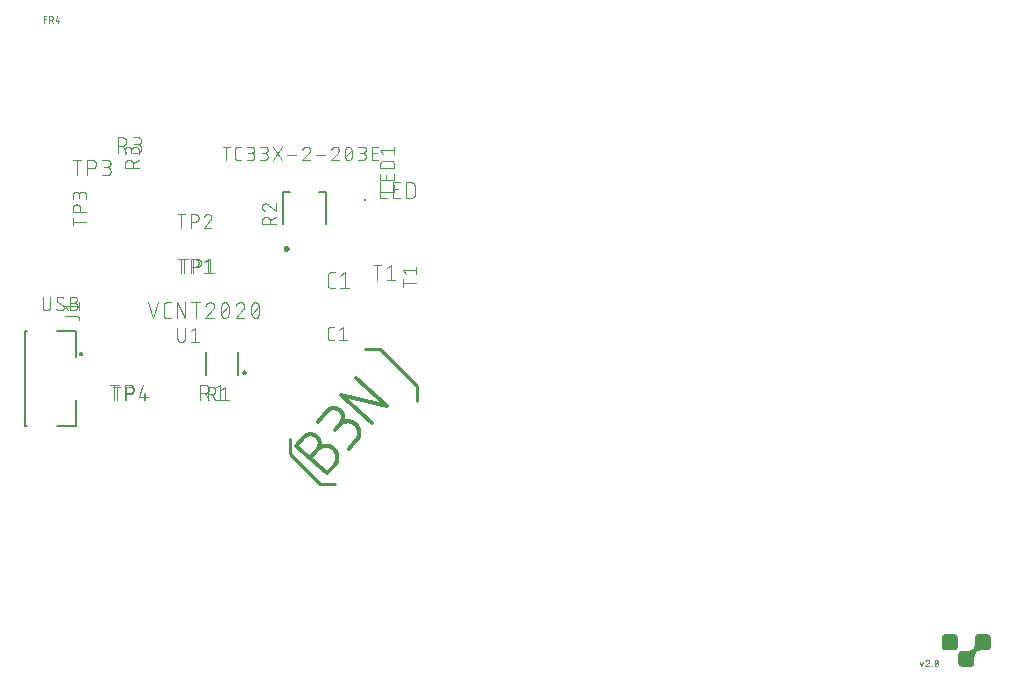
<source format=gto>
G04 EAGLE Gerber RS-274X export*
G75*
%MOMM*%
%FSLAX34Y34*%
%LPD*%
%INSilkscreen Top*%
%IPPOS*%
%AMOC8*
5,1,8,0,0,1.08239X$1,22.5*%
G01*
%ADD10C,0.101600*%
%ADD11C,0.304800*%
%ADD12C,0.254000*%
%ADD13C,0.076200*%
%ADD14C,0.200000*%
%ADD15C,0.127000*%
%ADD16C,0.240000*%
%ADD17R,0.200000X0.200000*%

G36*
X805511Y10135D02*
X805511Y10135D01*
X805540Y10133D01*
X806197Y10220D01*
X806233Y10233D01*
X806293Y10245D01*
X806906Y10499D01*
X806936Y10521D01*
X806991Y10549D01*
X807518Y10952D01*
X807542Y10982D01*
X807588Y11022D01*
X807991Y11549D01*
X808007Y11583D01*
X808041Y11635D01*
X808295Y12247D01*
X808301Y12285D01*
X808319Y12338D01*
X808319Y12339D01*
X808320Y12343D01*
X808407Y13000D01*
X808405Y13022D01*
X808410Y13050D01*
X808410Y18111D01*
X808527Y19294D01*
X808866Y20414D01*
X809418Y21446D01*
X810160Y22350D01*
X811064Y23092D01*
X812096Y23644D01*
X813216Y23983D01*
X814399Y24100D01*
X819460Y24100D01*
X819481Y24105D01*
X819510Y24103D01*
X820167Y24190D01*
X820203Y24203D01*
X820263Y24215D01*
X820876Y24469D01*
X820906Y24491D01*
X820961Y24519D01*
X821488Y24922D01*
X821512Y24952D01*
X821558Y24992D01*
X821961Y25519D01*
X821977Y25553D01*
X822011Y25605D01*
X822265Y26217D01*
X822271Y26255D01*
X822290Y26313D01*
X822377Y26970D01*
X822375Y26992D01*
X822380Y27020D01*
X822380Y34640D01*
X822375Y34661D01*
X822377Y34690D01*
X822290Y35347D01*
X822277Y35383D01*
X822265Y35443D01*
X822011Y36056D01*
X821989Y36086D01*
X821961Y36141D01*
X821558Y36668D01*
X821528Y36692D01*
X821488Y36738D01*
X820961Y37141D01*
X820927Y37157D01*
X820876Y37191D01*
X820263Y37445D01*
X820226Y37451D01*
X820167Y37470D01*
X819510Y37557D01*
X819488Y37555D01*
X819460Y37560D01*
X811840Y37560D01*
X811819Y37555D01*
X811790Y37557D01*
X811133Y37470D01*
X811097Y37457D01*
X811037Y37445D01*
X810425Y37191D01*
X810394Y37169D01*
X810339Y37141D01*
X809812Y36738D01*
X809788Y36708D01*
X809742Y36668D01*
X809339Y36141D01*
X809323Y36107D01*
X809289Y36056D01*
X809035Y35443D01*
X809029Y35406D01*
X809010Y35347D01*
X808923Y34690D01*
X808925Y34668D01*
X808920Y34640D01*
X808920Y29579D01*
X808803Y28396D01*
X808464Y27276D01*
X807912Y26244D01*
X807170Y25340D01*
X806266Y24598D01*
X805234Y24046D01*
X804114Y23707D01*
X802931Y23590D01*
X797870Y23590D01*
X797849Y23585D01*
X797820Y23587D01*
X797163Y23500D01*
X797127Y23487D01*
X797067Y23475D01*
X796455Y23221D01*
X796424Y23199D01*
X796369Y23171D01*
X795842Y22768D01*
X795818Y22738D01*
X795772Y22698D01*
X795369Y22171D01*
X795353Y22137D01*
X795319Y22086D01*
X795065Y21473D01*
X795059Y21436D01*
X795040Y21377D01*
X794953Y20720D01*
X794955Y20698D01*
X794950Y20670D01*
X794950Y13050D01*
X794955Y13029D01*
X794953Y13000D01*
X795040Y12343D01*
X795047Y12323D01*
X795047Y12311D01*
X795055Y12296D01*
X795065Y12247D01*
X795319Y11635D01*
X795341Y11604D01*
X795369Y11549D01*
X795772Y11022D01*
X795777Y11019D01*
X795777Y11018D01*
X795784Y11013D01*
X795802Y10998D01*
X795842Y10952D01*
X796369Y10549D01*
X796403Y10533D01*
X796455Y10499D01*
X797067Y10245D01*
X797105Y10239D01*
X797163Y10220D01*
X797820Y10133D01*
X797842Y10135D01*
X797870Y10130D01*
X805490Y10130D01*
X805511Y10135D01*
G37*
G36*
X791541Y24105D02*
X791541Y24105D01*
X791570Y24103D01*
X792227Y24190D01*
X792263Y24203D01*
X792323Y24215D01*
X792936Y24469D01*
X792966Y24491D01*
X793021Y24519D01*
X793548Y24922D01*
X793572Y24952D01*
X793618Y24992D01*
X794021Y25519D01*
X794037Y25553D01*
X794071Y25605D01*
X794325Y26217D01*
X794331Y26255D01*
X794349Y26307D01*
X794349Y26309D01*
X794350Y26313D01*
X794437Y26970D01*
X794435Y26992D01*
X794440Y27020D01*
X794440Y34640D01*
X794435Y34661D01*
X794437Y34690D01*
X794350Y35347D01*
X794337Y35383D01*
X794325Y35443D01*
X794071Y36056D01*
X794049Y36086D01*
X794021Y36141D01*
X793618Y36668D01*
X793588Y36692D01*
X793548Y36738D01*
X793021Y37141D01*
X792987Y37157D01*
X792936Y37191D01*
X792323Y37445D01*
X792286Y37451D01*
X792227Y37470D01*
X791570Y37557D01*
X791548Y37555D01*
X791520Y37560D01*
X783900Y37560D01*
X783879Y37555D01*
X783850Y37557D01*
X783193Y37470D01*
X783157Y37457D01*
X783097Y37445D01*
X782485Y37191D01*
X782454Y37169D01*
X782399Y37141D01*
X781872Y36738D01*
X781848Y36708D01*
X781802Y36668D01*
X781399Y36141D01*
X781383Y36107D01*
X781349Y36056D01*
X781095Y35443D01*
X781089Y35406D01*
X781070Y35347D01*
X780983Y34690D01*
X780985Y34668D01*
X780980Y34640D01*
X780980Y27020D01*
X780985Y26999D01*
X780983Y26970D01*
X781070Y26313D01*
X781077Y26293D01*
X781077Y26281D01*
X781085Y26266D01*
X781095Y26217D01*
X781349Y25605D01*
X781371Y25574D01*
X781399Y25519D01*
X781802Y24992D01*
X781807Y24989D01*
X781807Y24988D01*
X781814Y24983D01*
X781832Y24968D01*
X781872Y24922D01*
X782399Y24519D01*
X782433Y24503D01*
X782485Y24469D01*
X783097Y24215D01*
X783135Y24209D01*
X783193Y24190D01*
X783850Y24103D01*
X783872Y24105D01*
X783900Y24100D01*
X791520Y24100D01*
X791541Y24105D01*
G37*
D10*
X305308Y420116D02*
X305308Y406908D01*
X311178Y406908D01*
X316403Y406908D02*
X322273Y406908D01*
X316403Y406908D02*
X316403Y420116D01*
X322273Y420116D01*
X320805Y414246D02*
X316403Y414246D01*
X327474Y420116D02*
X327474Y406908D01*
X327474Y420116D02*
X331142Y420116D01*
X331262Y420114D01*
X331382Y420108D01*
X331502Y420098D01*
X331621Y420085D01*
X331740Y420067D01*
X331858Y420046D01*
X331975Y420020D01*
X332092Y419991D01*
X332207Y419958D01*
X332321Y419921D01*
X332434Y419881D01*
X332546Y419837D01*
X332656Y419789D01*
X332765Y419738D01*
X332872Y419683D01*
X332977Y419624D01*
X333079Y419563D01*
X333180Y419498D01*
X333279Y419429D01*
X333376Y419358D01*
X333470Y419283D01*
X333561Y419206D01*
X333650Y419125D01*
X333736Y419041D01*
X333820Y418955D01*
X333901Y418866D01*
X333978Y418775D01*
X334053Y418681D01*
X334124Y418584D01*
X334193Y418485D01*
X334258Y418384D01*
X334319Y418282D01*
X334378Y418177D01*
X334433Y418070D01*
X334484Y417961D01*
X334532Y417851D01*
X334576Y417739D01*
X334616Y417626D01*
X334653Y417512D01*
X334686Y417397D01*
X334715Y417280D01*
X334741Y417163D01*
X334762Y417045D01*
X334780Y416926D01*
X334793Y416807D01*
X334803Y416687D01*
X334809Y416567D01*
X334811Y416447D01*
X334811Y410577D01*
X334809Y410457D01*
X334803Y410337D01*
X334793Y410217D01*
X334780Y410098D01*
X334762Y409979D01*
X334741Y409861D01*
X334715Y409744D01*
X334686Y409627D01*
X334653Y409512D01*
X334616Y409398D01*
X334576Y409285D01*
X334532Y409173D01*
X334484Y409063D01*
X334433Y408954D01*
X334378Y408847D01*
X334319Y408743D01*
X334258Y408640D01*
X334193Y408539D01*
X334124Y408440D01*
X334053Y408343D01*
X333978Y408249D01*
X333901Y408158D01*
X333820Y408069D01*
X333736Y407983D01*
X333650Y407899D01*
X333561Y407818D01*
X333470Y407741D01*
X333376Y407666D01*
X333279Y407595D01*
X333180Y407526D01*
X333079Y407461D01*
X332977Y407400D01*
X332872Y407341D01*
X332765Y407286D01*
X332656Y407235D01*
X332546Y407187D01*
X332434Y407143D01*
X332321Y407103D01*
X332207Y407066D01*
X332092Y407033D01*
X331975Y407004D01*
X331858Y406978D01*
X331740Y406957D01*
X331621Y406939D01*
X331502Y406926D01*
X331382Y406916D01*
X331262Y406910D01*
X331142Y406908D01*
X327474Y406908D01*
X302627Y350266D02*
X302627Y337058D01*
X298958Y350266D02*
X306296Y350266D01*
X310906Y347331D02*
X314575Y350266D01*
X314575Y337058D01*
X310906Y337058D02*
X318244Y337058D01*
X266728Y330708D02*
X263793Y330708D01*
X263686Y330710D01*
X263579Y330716D01*
X263472Y330726D01*
X263366Y330739D01*
X263260Y330757D01*
X263155Y330778D01*
X263051Y330803D01*
X262947Y330832D01*
X262845Y330865D01*
X262745Y330902D01*
X262645Y330942D01*
X262547Y330986D01*
X262451Y331033D01*
X262357Y331084D01*
X262264Y331138D01*
X262174Y331195D01*
X262085Y331256D01*
X261999Y331320D01*
X261916Y331387D01*
X261834Y331457D01*
X261756Y331530D01*
X261680Y331606D01*
X261607Y331684D01*
X261537Y331766D01*
X261470Y331849D01*
X261406Y331935D01*
X261345Y332024D01*
X261288Y332114D01*
X261234Y332207D01*
X261183Y332301D01*
X261136Y332397D01*
X261092Y332495D01*
X261052Y332595D01*
X261015Y332695D01*
X260982Y332797D01*
X260953Y332901D01*
X260928Y333005D01*
X260907Y333110D01*
X260889Y333216D01*
X260876Y333322D01*
X260866Y333429D01*
X260860Y333536D01*
X260858Y333643D01*
X260858Y340981D01*
X260860Y341088D01*
X260866Y341195D01*
X260876Y341302D01*
X260889Y341408D01*
X260907Y341514D01*
X260928Y341619D01*
X260953Y341723D01*
X260982Y341827D01*
X261015Y341929D01*
X261052Y342029D01*
X261092Y342129D01*
X261136Y342227D01*
X261183Y342323D01*
X261234Y342417D01*
X261288Y342510D01*
X261345Y342600D01*
X261406Y342689D01*
X261470Y342775D01*
X261537Y342858D01*
X261607Y342940D01*
X261680Y343018D01*
X261756Y343094D01*
X261834Y343167D01*
X261916Y343237D01*
X261999Y343304D01*
X262085Y343368D01*
X262174Y343429D01*
X262264Y343486D01*
X262357Y343540D01*
X262451Y343591D01*
X262547Y343638D01*
X262645Y343682D01*
X262745Y343722D01*
X262845Y343759D01*
X262947Y343792D01*
X263051Y343821D01*
X263155Y343846D01*
X263260Y343867D01*
X263366Y343885D01*
X263472Y343898D01*
X263579Y343908D01*
X263686Y343914D01*
X263793Y343916D01*
X266728Y343916D01*
X271561Y340981D02*
X275230Y343916D01*
X275230Y330708D01*
X271561Y330708D02*
X278899Y330708D01*
X112861Y305308D02*
X108458Y318516D01*
X117263Y318516D02*
X112861Y305308D01*
X124893Y305308D02*
X127828Y305308D01*
X124893Y305308D02*
X124786Y305310D01*
X124679Y305316D01*
X124572Y305326D01*
X124466Y305339D01*
X124360Y305357D01*
X124255Y305378D01*
X124151Y305403D01*
X124047Y305432D01*
X123945Y305465D01*
X123845Y305502D01*
X123745Y305542D01*
X123647Y305586D01*
X123551Y305633D01*
X123457Y305684D01*
X123364Y305738D01*
X123274Y305795D01*
X123185Y305856D01*
X123099Y305920D01*
X123016Y305987D01*
X122934Y306057D01*
X122856Y306130D01*
X122780Y306206D01*
X122707Y306284D01*
X122637Y306366D01*
X122570Y306449D01*
X122506Y306535D01*
X122445Y306624D01*
X122388Y306714D01*
X122334Y306807D01*
X122283Y306901D01*
X122236Y306997D01*
X122192Y307095D01*
X122152Y307195D01*
X122115Y307295D01*
X122082Y307397D01*
X122053Y307501D01*
X122028Y307605D01*
X122007Y307710D01*
X121989Y307816D01*
X121976Y307922D01*
X121966Y308029D01*
X121960Y308136D01*
X121958Y308243D01*
X121958Y315581D01*
X121960Y315688D01*
X121966Y315795D01*
X121976Y315902D01*
X121989Y316008D01*
X122007Y316114D01*
X122028Y316219D01*
X122053Y316323D01*
X122082Y316427D01*
X122115Y316529D01*
X122152Y316629D01*
X122192Y316729D01*
X122236Y316827D01*
X122283Y316923D01*
X122334Y317017D01*
X122388Y317110D01*
X122445Y317200D01*
X122506Y317289D01*
X122570Y317375D01*
X122637Y317458D01*
X122707Y317540D01*
X122780Y317618D01*
X122856Y317694D01*
X122934Y317767D01*
X123016Y317837D01*
X123099Y317904D01*
X123185Y317968D01*
X123274Y318029D01*
X123364Y318086D01*
X123457Y318140D01*
X123551Y318191D01*
X123647Y318238D01*
X123745Y318282D01*
X123845Y318322D01*
X123945Y318359D01*
X124047Y318392D01*
X124151Y318421D01*
X124255Y318446D01*
X124360Y318467D01*
X124466Y318485D01*
X124572Y318498D01*
X124679Y318508D01*
X124786Y318514D01*
X124893Y318516D01*
X127828Y318516D01*
X133088Y318516D02*
X133088Y305308D01*
X140426Y305308D02*
X133088Y318516D01*
X140426Y318516D02*
X140426Y305308D01*
X149132Y305308D02*
X149132Y318516D01*
X145463Y318516D02*
X152801Y318516D01*
X161447Y318516D02*
X161560Y318514D01*
X161672Y318508D01*
X161785Y318499D01*
X161897Y318485D01*
X162008Y318468D01*
X162119Y318447D01*
X162229Y318422D01*
X162338Y318394D01*
X162446Y318361D01*
X162553Y318325D01*
X162658Y318286D01*
X162763Y318243D01*
X162865Y318196D01*
X162966Y318146D01*
X163065Y318092D01*
X163163Y318035D01*
X163258Y317975D01*
X163351Y317912D01*
X163442Y317845D01*
X163531Y317775D01*
X163617Y317703D01*
X163701Y317627D01*
X163782Y317549D01*
X163860Y317468D01*
X163936Y317384D01*
X164008Y317298D01*
X164078Y317209D01*
X164145Y317118D01*
X164208Y317025D01*
X164268Y316930D01*
X164325Y316832D01*
X164379Y316733D01*
X164429Y316632D01*
X164476Y316530D01*
X164519Y316425D01*
X164558Y316320D01*
X164594Y316213D01*
X164627Y316105D01*
X164655Y315996D01*
X164680Y315886D01*
X164701Y315775D01*
X164718Y315664D01*
X164732Y315552D01*
X164741Y315439D01*
X164747Y315327D01*
X164749Y315214D01*
X161447Y318516D02*
X161320Y318514D01*
X161193Y318508D01*
X161066Y318499D01*
X160940Y318486D01*
X160814Y318469D01*
X160689Y318448D01*
X160564Y318423D01*
X160441Y318395D01*
X160318Y318363D01*
X160196Y318327D01*
X160075Y318288D01*
X159955Y318245D01*
X159837Y318199D01*
X159720Y318149D01*
X159605Y318095D01*
X159492Y318038D01*
X159380Y317978D01*
X159270Y317915D01*
X159162Y317848D01*
X159056Y317778D01*
X158952Y317705D01*
X158850Y317628D01*
X158751Y317549D01*
X158654Y317467D01*
X158560Y317382D01*
X158468Y317294D01*
X158379Y317204D01*
X158293Y317110D01*
X158209Y317015D01*
X158129Y316917D01*
X158051Y316816D01*
X157976Y316713D01*
X157905Y316608D01*
X157837Y316501D01*
X157772Y316392D01*
X157710Y316281D01*
X157651Y316168D01*
X157596Y316054D01*
X157545Y315938D01*
X157497Y315820D01*
X157452Y315701D01*
X157411Y315581D01*
X163648Y312646D02*
X163730Y312726D01*
X163809Y312809D01*
X163886Y312895D01*
X163960Y312983D01*
X164030Y313074D01*
X164098Y313166D01*
X164163Y313261D01*
X164225Y313358D01*
X164283Y313457D01*
X164339Y313558D01*
X164391Y313660D01*
X164439Y313764D01*
X164484Y313870D01*
X164526Y313977D01*
X164565Y314085D01*
X164599Y314195D01*
X164631Y314305D01*
X164658Y314417D01*
X164682Y314529D01*
X164703Y314642D01*
X164719Y314756D01*
X164732Y314870D01*
X164742Y314984D01*
X164747Y315099D01*
X164749Y315214D01*
X163648Y312646D02*
X157411Y305308D01*
X164749Y305308D01*
X170213Y311912D02*
X170216Y312172D01*
X170225Y312431D01*
X170241Y312691D01*
X170263Y312950D01*
X170290Y313208D01*
X170324Y313466D01*
X170365Y313722D01*
X170411Y313978D01*
X170463Y314233D01*
X170522Y314486D01*
X170586Y314738D01*
X170657Y314988D01*
X170733Y315236D01*
X170815Y315482D01*
X170903Y315727D01*
X170997Y315969D01*
X171097Y316209D01*
X171203Y316447D01*
X171314Y316681D01*
X171313Y316682D02*
X171348Y316777D01*
X171386Y316872D01*
X171428Y316965D01*
X171474Y317056D01*
X171523Y317146D01*
X171575Y317234D01*
X171630Y317319D01*
X171689Y317403D01*
X171751Y317484D01*
X171815Y317563D01*
X171883Y317639D01*
X171954Y317713D01*
X172027Y317784D01*
X172103Y317852D01*
X172181Y317918D01*
X172262Y317980D01*
X172345Y318040D01*
X172430Y318096D01*
X172517Y318149D01*
X172606Y318198D01*
X172697Y318244D01*
X172790Y318287D01*
X172884Y318326D01*
X172980Y318362D01*
X173077Y318394D01*
X173175Y318423D01*
X173274Y318447D01*
X173374Y318468D01*
X173474Y318485D01*
X173575Y318499D01*
X173677Y318508D01*
X173779Y318514D01*
X173881Y318516D01*
X173983Y318514D01*
X174085Y318508D01*
X174187Y318499D01*
X174288Y318485D01*
X174388Y318468D01*
X174488Y318447D01*
X174587Y318423D01*
X174685Y318394D01*
X174782Y318362D01*
X174878Y318326D01*
X174972Y318287D01*
X175065Y318244D01*
X175156Y318198D01*
X175245Y318149D01*
X175332Y318096D01*
X175417Y318040D01*
X175500Y317980D01*
X175581Y317918D01*
X175659Y317852D01*
X175735Y317784D01*
X175808Y317713D01*
X175879Y317639D01*
X175947Y317563D01*
X176011Y317484D01*
X176073Y317403D01*
X176132Y317319D01*
X176187Y317234D01*
X176239Y317146D01*
X176288Y317056D01*
X176334Y316965D01*
X176376Y316872D01*
X176414Y316777D01*
X176449Y316682D01*
X176449Y316681D02*
X176560Y316446D01*
X176666Y316209D01*
X176766Y315969D01*
X176860Y315727D01*
X176948Y315482D01*
X177030Y315236D01*
X177106Y314988D01*
X177177Y314737D01*
X177241Y314486D01*
X177300Y314233D01*
X177352Y313978D01*
X177398Y313722D01*
X177439Y313466D01*
X177473Y313208D01*
X177500Y312950D01*
X177522Y312691D01*
X177538Y312431D01*
X177547Y312172D01*
X177550Y311912D01*
X170213Y311912D02*
X170216Y311652D01*
X170225Y311393D01*
X170241Y311133D01*
X170263Y310874D01*
X170290Y310616D01*
X170324Y310358D01*
X170365Y310102D01*
X170411Y309846D01*
X170463Y309591D01*
X170522Y309338D01*
X170586Y309087D01*
X170657Y308836D01*
X170733Y308588D01*
X170815Y308342D01*
X170903Y308097D01*
X170997Y307855D01*
X171097Y307615D01*
X171203Y307378D01*
X171314Y307143D01*
X171313Y307142D02*
X171348Y307047D01*
X171386Y306952D01*
X171428Y306859D01*
X171474Y306768D01*
X171523Y306678D01*
X171575Y306590D01*
X171630Y306505D01*
X171689Y306421D01*
X171751Y306340D01*
X171815Y306261D01*
X171883Y306185D01*
X171954Y306111D01*
X172027Y306040D01*
X172103Y305972D01*
X172181Y305906D01*
X172262Y305844D01*
X172345Y305784D01*
X172430Y305728D01*
X172517Y305675D01*
X172606Y305626D01*
X172697Y305580D01*
X172790Y305537D01*
X172884Y305498D01*
X172980Y305462D01*
X173077Y305430D01*
X173175Y305401D01*
X173274Y305377D01*
X173374Y305356D01*
X173474Y305339D01*
X173575Y305325D01*
X173677Y305316D01*
X173779Y305310D01*
X173881Y305308D01*
X176450Y307142D02*
X176561Y307377D01*
X176667Y307615D01*
X176767Y307855D01*
X176861Y308097D01*
X176949Y308341D01*
X177031Y308588D01*
X177107Y308836D01*
X177178Y309086D01*
X177242Y309338D01*
X177301Y309591D01*
X177353Y309846D01*
X177399Y310101D01*
X177440Y310358D01*
X177474Y310616D01*
X177501Y310874D01*
X177523Y311133D01*
X177539Y311392D01*
X177548Y311652D01*
X177551Y311912D01*
X176449Y307142D02*
X176414Y307047D01*
X176376Y306952D01*
X176334Y306859D01*
X176288Y306768D01*
X176239Y306678D01*
X176187Y306590D01*
X176132Y306505D01*
X176073Y306421D01*
X176011Y306340D01*
X175947Y306261D01*
X175879Y306185D01*
X175808Y306111D01*
X175735Y306040D01*
X175659Y305972D01*
X175581Y305906D01*
X175500Y305844D01*
X175417Y305784D01*
X175332Y305728D01*
X175245Y305675D01*
X175156Y305626D01*
X175065Y305580D01*
X174972Y305537D01*
X174878Y305498D01*
X174782Y305462D01*
X174685Y305430D01*
X174587Y305401D01*
X174488Y305377D01*
X174388Y305356D01*
X174288Y305339D01*
X174187Y305325D01*
X174085Y305316D01*
X173983Y305310D01*
X173881Y305308D01*
X170946Y308243D02*
X176817Y315581D01*
X187050Y318516D02*
X187163Y318514D01*
X187275Y318508D01*
X187388Y318499D01*
X187500Y318485D01*
X187611Y318468D01*
X187722Y318447D01*
X187832Y318422D01*
X187941Y318394D01*
X188049Y318361D01*
X188156Y318325D01*
X188261Y318286D01*
X188366Y318243D01*
X188468Y318196D01*
X188569Y318146D01*
X188668Y318092D01*
X188766Y318035D01*
X188861Y317975D01*
X188954Y317912D01*
X189045Y317845D01*
X189134Y317775D01*
X189220Y317703D01*
X189304Y317627D01*
X189385Y317549D01*
X189463Y317468D01*
X189539Y317384D01*
X189611Y317298D01*
X189681Y317209D01*
X189748Y317118D01*
X189811Y317025D01*
X189871Y316930D01*
X189928Y316832D01*
X189982Y316733D01*
X190032Y316632D01*
X190079Y316530D01*
X190122Y316425D01*
X190161Y316320D01*
X190197Y316213D01*
X190230Y316105D01*
X190258Y315996D01*
X190283Y315886D01*
X190304Y315775D01*
X190321Y315664D01*
X190335Y315552D01*
X190344Y315439D01*
X190350Y315327D01*
X190352Y315214D01*
X187050Y318516D02*
X186923Y318514D01*
X186796Y318508D01*
X186669Y318499D01*
X186543Y318486D01*
X186417Y318469D01*
X186292Y318448D01*
X186167Y318423D01*
X186044Y318395D01*
X185921Y318363D01*
X185799Y318327D01*
X185678Y318288D01*
X185558Y318245D01*
X185440Y318199D01*
X185323Y318149D01*
X185208Y318095D01*
X185095Y318038D01*
X184983Y317978D01*
X184873Y317915D01*
X184765Y317848D01*
X184659Y317778D01*
X184555Y317705D01*
X184453Y317628D01*
X184354Y317549D01*
X184257Y317467D01*
X184163Y317382D01*
X184071Y317294D01*
X183982Y317204D01*
X183896Y317110D01*
X183812Y317015D01*
X183732Y316917D01*
X183654Y316816D01*
X183579Y316713D01*
X183508Y316608D01*
X183440Y316501D01*
X183375Y316392D01*
X183313Y316281D01*
X183254Y316168D01*
X183199Y316054D01*
X183148Y315938D01*
X183100Y315820D01*
X183055Y315701D01*
X183014Y315581D01*
X189251Y312646D02*
X189333Y312726D01*
X189412Y312809D01*
X189489Y312895D01*
X189563Y312983D01*
X189633Y313074D01*
X189701Y313166D01*
X189766Y313261D01*
X189828Y313358D01*
X189886Y313457D01*
X189942Y313558D01*
X189994Y313660D01*
X190042Y313764D01*
X190087Y313870D01*
X190129Y313977D01*
X190168Y314085D01*
X190202Y314195D01*
X190234Y314305D01*
X190261Y314417D01*
X190285Y314529D01*
X190306Y314642D01*
X190322Y314756D01*
X190335Y314870D01*
X190345Y314984D01*
X190350Y315099D01*
X190352Y315214D01*
X189251Y312646D02*
X183014Y305308D01*
X190352Y305308D01*
X195816Y311912D02*
X195819Y312172D01*
X195828Y312431D01*
X195844Y312691D01*
X195866Y312950D01*
X195893Y313208D01*
X195927Y313466D01*
X195968Y313722D01*
X196014Y313978D01*
X196066Y314233D01*
X196125Y314486D01*
X196189Y314738D01*
X196260Y314988D01*
X196336Y315236D01*
X196418Y315482D01*
X196506Y315727D01*
X196600Y315969D01*
X196700Y316209D01*
X196806Y316447D01*
X196917Y316681D01*
X196917Y316682D02*
X196952Y316777D01*
X196990Y316872D01*
X197032Y316965D01*
X197078Y317056D01*
X197127Y317146D01*
X197179Y317234D01*
X197234Y317319D01*
X197293Y317403D01*
X197355Y317484D01*
X197419Y317563D01*
X197487Y317639D01*
X197558Y317713D01*
X197631Y317784D01*
X197707Y317852D01*
X197785Y317918D01*
X197866Y317980D01*
X197949Y318040D01*
X198034Y318096D01*
X198121Y318149D01*
X198210Y318198D01*
X198301Y318244D01*
X198394Y318287D01*
X198488Y318326D01*
X198584Y318362D01*
X198681Y318394D01*
X198779Y318423D01*
X198878Y318447D01*
X198978Y318468D01*
X199078Y318485D01*
X199179Y318499D01*
X199281Y318508D01*
X199383Y318514D01*
X199485Y318516D01*
X199587Y318514D01*
X199689Y318508D01*
X199791Y318499D01*
X199892Y318485D01*
X199992Y318468D01*
X200092Y318447D01*
X200191Y318423D01*
X200289Y318394D01*
X200386Y318362D01*
X200482Y318326D01*
X200576Y318287D01*
X200669Y318244D01*
X200760Y318198D01*
X200849Y318149D01*
X200936Y318096D01*
X201021Y318040D01*
X201104Y317980D01*
X201185Y317918D01*
X201263Y317852D01*
X201339Y317784D01*
X201412Y317713D01*
X201483Y317639D01*
X201551Y317563D01*
X201615Y317484D01*
X201677Y317403D01*
X201736Y317319D01*
X201791Y317234D01*
X201843Y317146D01*
X201892Y317056D01*
X201938Y316965D01*
X201980Y316872D01*
X202018Y316777D01*
X202053Y316682D01*
X202052Y316681D02*
X202163Y316446D01*
X202269Y316209D01*
X202369Y315969D01*
X202463Y315727D01*
X202551Y315482D01*
X202633Y315236D01*
X202709Y314988D01*
X202780Y314737D01*
X202844Y314486D01*
X202903Y314233D01*
X202955Y313978D01*
X203001Y313722D01*
X203042Y313466D01*
X203076Y313208D01*
X203103Y312950D01*
X203125Y312691D01*
X203141Y312431D01*
X203150Y312172D01*
X203153Y311912D01*
X195816Y311912D02*
X195819Y311652D01*
X195828Y311393D01*
X195844Y311133D01*
X195866Y310874D01*
X195893Y310616D01*
X195927Y310358D01*
X195968Y310102D01*
X196014Y309846D01*
X196066Y309591D01*
X196125Y309338D01*
X196189Y309087D01*
X196260Y308836D01*
X196336Y308588D01*
X196418Y308342D01*
X196506Y308097D01*
X196600Y307855D01*
X196700Y307615D01*
X196806Y307378D01*
X196917Y307143D01*
X196917Y307142D02*
X196952Y307047D01*
X196990Y306952D01*
X197032Y306859D01*
X197078Y306768D01*
X197127Y306678D01*
X197179Y306590D01*
X197234Y306505D01*
X197293Y306421D01*
X197355Y306340D01*
X197419Y306261D01*
X197487Y306185D01*
X197558Y306111D01*
X197631Y306040D01*
X197707Y305972D01*
X197785Y305906D01*
X197866Y305844D01*
X197949Y305784D01*
X198034Y305728D01*
X198121Y305675D01*
X198210Y305626D01*
X198301Y305580D01*
X198394Y305537D01*
X198488Y305498D01*
X198584Y305462D01*
X198681Y305430D01*
X198779Y305401D01*
X198878Y305377D01*
X198978Y305356D01*
X199078Y305339D01*
X199179Y305325D01*
X199281Y305316D01*
X199383Y305310D01*
X199485Y305308D01*
X202053Y307142D02*
X202164Y307377D01*
X202270Y307615D01*
X202370Y307855D01*
X202464Y308097D01*
X202552Y308341D01*
X202634Y308588D01*
X202710Y308836D01*
X202781Y309086D01*
X202845Y309338D01*
X202904Y309591D01*
X202956Y309846D01*
X203002Y310101D01*
X203043Y310358D01*
X203077Y310616D01*
X203104Y310874D01*
X203126Y311133D01*
X203142Y311392D01*
X203151Y311652D01*
X203154Y311912D01*
X202053Y307142D02*
X202018Y307047D01*
X201980Y306952D01*
X201938Y306859D01*
X201892Y306768D01*
X201843Y306678D01*
X201791Y306590D01*
X201736Y306505D01*
X201677Y306421D01*
X201615Y306340D01*
X201551Y306261D01*
X201483Y306185D01*
X201412Y306111D01*
X201339Y306040D01*
X201263Y305972D01*
X201185Y305906D01*
X201104Y305844D01*
X201021Y305784D01*
X200936Y305728D01*
X200849Y305675D01*
X200760Y305626D01*
X200669Y305580D01*
X200576Y305537D01*
X200482Y305498D01*
X200386Y305462D01*
X200289Y305430D01*
X200191Y305401D01*
X200092Y305377D01*
X199992Y305356D01*
X199892Y305339D01*
X199791Y305325D01*
X199689Y305316D01*
X199587Y305310D01*
X199485Y305308D01*
X196549Y308243D02*
X202420Y315581D01*
X152908Y248666D02*
X152908Y235458D01*
X152908Y248666D02*
X156577Y248666D01*
X156697Y248664D01*
X156817Y248658D01*
X156937Y248648D01*
X157056Y248635D01*
X157175Y248617D01*
X157293Y248596D01*
X157410Y248570D01*
X157527Y248541D01*
X157642Y248508D01*
X157756Y248471D01*
X157869Y248431D01*
X157981Y248387D01*
X158091Y248339D01*
X158200Y248288D01*
X158307Y248233D01*
X158411Y248174D01*
X158514Y248113D01*
X158615Y248048D01*
X158714Y247979D01*
X158811Y247908D01*
X158905Y247833D01*
X158996Y247756D01*
X159085Y247675D01*
X159171Y247591D01*
X159255Y247505D01*
X159336Y247416D01*
X159413Y247325D01*
X159488Y247231D01*
X159559Y247134D01*
X159628Y247035D01*
X159693Y246934D01*
X159754Y246832D01*
X159813Y246727D01*
X159868Y246620D01*
X159919Y246511D01*
X159967Y246401D01*
X160011Y246289D01*
X160051Y246176D01*
X160088Y246062D01*
X160121Y245947D01*
X160150Y245830D01*
X160176Y245713D01*
X160197Y245595D01*
X160215Y245476D01*
X160228Y245357D01*
X160238Y245237D01*
X160244Y245117D01*
X160246Y244997D01*
X160244Y244877D01*
X160238Y244757D01*
X160228Y244637D01*
X160215Y244518D01*
X160197Y244399D01*
X160176Y244281D01*
X160150Y244164D01*
X160121Y244047D01*
X160088Y243932D01*
X160051Y243818D01*
X160011Y243705D01*
X159967Y243593D01*
X159919Y243483D01*
X159868Y243374D01*
X159813Y243267D01*
X159754Y243163D01*
X159693Y243060D01*
X159628Y242959D01*
X159559Y242860D01*
X159488Y242763D01*
X159413Y242669D01*
X159336Y242578D01*
X159255Y242489D01*
X159171Y242403D01*
X159085Y242319D01*
X158996Y242238D01*
X158905Y242161D01*
X158811Y242086D01*
X158714Y242015D01*
X158615Y241946D01*
X158514Y241881D01*
X158412Y241820D01*
X158307Y241761D01*
X158200Y241706D01*
X158091Y241655D01*
X157981Y241607D01*
X157869Y241563D01*
X157756Y241523D01*
X157642Y241486D01*
X157527Y241453D01*
X157410Y241424D01*
X157293Y241398D01*
X157175Y241377D01*
X157056Y241359D01*
X156937Y241346D01*
X156817Y241336D01*
X156697Y241330D01*
X156577Y241328D01*
X152908Y241328D01*
X157311Y241328D02*
X160246Y235458D01*
X165632Y245731D02*
X169300Y248666D01*
X169300Y235458D01*
X165632Y235458D02*
X172969Y235458D01*
X80377Y235458D02*
X80377Y248666D01*
X76708Y248666D02*
X84046Y248666D01*
X89262Y248666D02*
X89262Y235458D01*
X89262Y248666D02*
X92931Y248666D01*
X93051Y248664D01*
X93171Y248658D01*
X93291Y248648D01*
X93410Y248635D01*
X93529Y248617D01*
X93647Y248596D01*
X93764Y248570D01*
X93881Y248541D01*
X93996Y248508D01*
X94110Y248471D01*
X94223Y248431D01*
X94335Y248387D01*
X94445Y248339D01*
X94554Y248288D01*
X94661Y248233D01*
X94765Y248174D01*
X94868Y248113D01*
X94969Y248048D01*
X95068Y247979D01*
X95165Y247908D01*
X95259Y247833D01*
X95350Y247756D01*
X95439Y247675D01*
X95525Y247591D01*
X95609Y247505D01*
X95690Y247416D01*
X95767Y247325D01*
X95842Y247231D01*
X95913Y247134D01*
X95982Y247035D01*
X96047Y246934D01*
X96108Y246832D01*
X96167Y246727D01*
X96222Y246620D01*
X96273Y246511D01*
X96321Y246401D01*
X96365Y246289D01*
X96405Y246176D01*
X96442Y246062D01*
X96475Y245947D01*
X96504Y245830D01*
X96530Y245713D01*
X96551Y245595D01*
X96569Y245476D01*
X96582Y245357D01*
X96592Y245237D01*
X96598Y245117D01*
X96600Y244997D01*
X96598Y244877D01*
X96592Y244757D01*
X96582Y244637D01*
X96569Y244518D01*
X96551Y244399D01*
X96530Y244281D01*
X96504Y244164D01*
X96475Y244047D01*
X96442Y243932D01*
X96405Y243818D01*
X96365Y243705D01*
X96321Y243593D01*
X96273Y243483D01*
X96222Y243374D01*
X96167Y243267D01*
X96108Y243163D01*
X96047Y243060D01*
X95982Y242959D01*
X95913Y242860D01*
X95842Y242763D01*
X95767Y242669D01*
X95690Y242578D01*
X95609Y242489D01*
X95525Y242403D01*
X95439Y242319D01*
X95350Y242238D01*
X95259Y242161D01*
X95165Y242086D01*
X95068Y242015D01*
X94969Y241946D01*
X94868Y241881D01*
X94766Y241820D01*
X94661Y241761D01*
X94554Y241706D01*
X94445Y241655D01*
X94335Y241607D01*
X94223Y241563D01*
X94110Y241523D01*
X93996Y241486D01*
X93881Y241453D01*
X93764Y241424D01*
X93647Y241398D01*
X93529Y241377D01*
X93410Y241359D01*
X93291Y241346D01*
X93171Y241336D01*
X93051Y241330D01*
X92931Y241328D01*
X89262Y241328D01*
X101458Y238393D02*
X104393Y248666D01*
X101458Y238393D02*
X108795Y238393D01*
X106594Y241328D02*
X106594Y235458D01*
X48627Y425958D02*
X48627Y439166D01*
X44958Y439166D02*
X52296Y439166D01*
X57512Y439166D02*
X57512Y425958D01*
X57512Y439166D02*
X61181Y439166D01*
X61301Y439164D01*
X61421Y439158D01*
X61541Y439148D01*
X61660Y439135D01*
X61779Y439117D01*
X61897Y439096D01*
X62014Y439070D01*
X62131Y439041D01*
X62246Y439008D01*
X62360Y438971D01*
X62473Y438931D01*
X62585Y438887D01*
X62695Y438839D01*
X62804Y438788D01*
X62911Y438733D01*
X63015Y438674D01*
X63118Y438613D01*
X63219Y438548D01*
X63318Y438479D01*
X63415Y438408D01*
X63509Y438333D01*
X63600Y438256D01*
X63689Y438175D01*
X63775Y438091D01*
X63859Y438005D01*
X63940Y437916D01*
X64017Y437825D01*
X64092Y437731D01*
X64163Y437634D01*
X64232Y437535D01*
X64297Y437434D01*
X64358Y437332D01*
X64417Y437227D01*
X64472Y437120D01*
X64523Y437011D01*
X64571Y436901D01*
X64615Y436789D01*
X64655Y436676D01*
X64692Y436562D01*
X64725Y436447D01*
X64754Y436330D01*
X64780Y436213D01*
X64801Y436095D01*
X64819Y435976D01*
X64832Y435857D01*
X64842Y435737D01*
X64848Y435617D01*
X64850Y435497D01*
X64848Y435377D01*
X64842Y435257D01*
X64832Y435137D01*
X64819Y435018D01*
X64801Y434899D01*
X64780Y434781D01*
X64754Y434664D01*
X64725Y434547D01*
X64692Y434432D01*
X64655Y434318D01*
X64615Y434205D01*
X64571Y434093D01*
X64523Y433983D01*
X64472Y433874D01*
X64417Y433767D01*
X64358Y433663D01*
X64297Y433560D01*
X64232Y433459D01*
X64163Y433360D01*
X64092Y433263D01*
X64017Y433169D01*
X63940Y433078D01*
X63859Y432989D01*
X63775Y432903D01*
X63689Y432819D01*
X63600Y432738D01*
X63509Y432661D01*
X63415Y432586D01*
X63318Y432515D01*
X63219Y432446D01*
X63118Y432381D01*
X63016Y432320D01*
X62911Y432261D01*
X62804Y432206D01*
X62695Y432155D01*
X62585Y432107D01*
X62473Y432063D01*
X62360Y432023D01*
X62246Y431986D01*
X62131Y431953D01*
X62014Y431924D01*
X61897Y431898D01*
X61779Y431877D01*
X61660Y431859D01*
X61541Y431846D01*
X61421Y431836D01*
X61301Y431830D01*
X61181Y431828D01*
X57512Y431828D01*
X69708Y425958D02*
X73377Y425958D01*
X73497Y425960D01*
X73617Y425966D01*
X73737Y425976D01*
X73856Y425989D01*
X73975Y426007D01*
X74093Y426028D01*
X74210Y426054D01*
X74327Y426083D01*
X74442Y426116D01*
X74556Y426153D01*
X74669Y426193D01*
X74781Y426237D01*
X74891Y426285D01*
X75000Y426336D01*
X75107Y426391D01*
X75212Y426450D01*
X75314Y426511D01*
X75415Y426576D01*
X75514Y426645D01*
X75611Y426716D01*
X75705Y426791D01*
X75796Y426868D01*
X75885Y426949D01*
X75971Y427033D01*
X76055Y427119D01*
X76136Y427208D01*
X76213Y427299D01*
X76288Y427393D01*
X76359Y427490D01*
X76428Y427589D01*
X76493Y427690D01*
X76554Y427793D01*
X76613Y427897D01*
X76668Y428004D01*
X76719Y428113D01*
X76767Y428223D01*
X76811Y428335D01*
X76851Y428448D01*
X76888Y428562D01*
X76921Y428677D01*
X76950Y428794D01*
X76976Y428911D01*
X76997Y429029D01*
X77015Y429148D01*
X77028Y429267D01*
X77038Y429387D01*
X77044Y429507D01*
X77046Y429627D01*
X77044Y429747D01*
X77038Y429867D01*
X77028Y429987D01*
X77015Y430106D01*
X76997Y430225D01*
X76976Y430343D01*
X76950Y430460D01*
X76921Y430577D01*
X76888Y430692D01*
X76851Y430806D01*
X76811Y430919D01*
X76767Y431031D01*
X76719Y431141D01*
X76668Y431250D01*
X76613Y431357D01*
X76554Y431462D01*
X76493Y431564D01*
X76428Y431665D01*
X76359Y431764D01*
X76288Y431861D01*
X76213Y431955D01*
X76136Y432046D01*
X76055Y432135D01*
X75971Y432221D01*
X75885Y432305D01*
X75796Y432386D01*
X75705Y432463D01*
X75611Y432538D01*
X75514Y432609D01*
X75415Y432678D01*
X75314Y432743D01*
X75211Y432804D01*
X75107Y432863D01*
X75000Y432918D01*
X74891Y432969D01*
X74781Y433017D01*
X74669Y433061D01*
X74556Y433101D01*
X74442Y433138D01*
X74327Y433171D01*
X74210Y433200D01*
X74093Y433226D01*
X73975Y433247D01*
X73856Y433265D01*
X73737Y433278D01*
X73617Y433288D01*
X73497Y433294D01*
X73377Y433296D01*
X74110Y439166D02*
X69708Y439166D01*
X74110Y439166D02*
X74217Y439164D01*
X74324Y439158D01*
X74431Y439148D01*
X74537Y439135D01*
X74643Y439117D01*
X74748Y439096D01*
X74852Y439071D01*
X74956Y439042D01*
X75058Y439009D01*
X75158Y438972D01*
X75258Y438932D01*
X75356Y438888D01*
X75452Y438841D01*
X75546Y438790D01*
X75639Y438736D01*
X75729Y438679D01*
X75818Y438618D01*
X75904Y438554D01*
X75987Y438487D01*
X76069Y438417D01*
X76147Y438344D01*
X76223Y438268D01*
X76296Y438190D01*
X76366Y438108D01*
X76433Y438025D01*
X76497Y437939D01*
X76558Y437850D01*
X76615Y437760D01*
X76669Y437667D01*
X76720Y437573D01*
X76767Y437477D01*
X76811Y437379D01*
X76851Y437279D01*
X76888Y437179D01*
X76921Y437077D01*
X76950Y436973D01*
X76975Y436869D01*
X76996Y436764D01*
X77014Y436658D01*
X77027Y436552D01*
X77037Y436445D01*
X77043Y436338D01*
X77045Y436231D01*
X77043Y436124D01*
X77037Y436017D01*
X77027Y435910D01*
X77014Y435804D01*
X76996Y435698D01*
X76975Y435593D01*
X76950Y435489D01*
X76921Y435385D01*
X76888Y435283D01*
X76851Y435183D01*
X76811Y435083D01*
X76767Y434985D01*
X76720Y434889D01*
X76669Y434795D01*
X76615Y434702D01*
X76558Y434612D01*
X76497Y434523D01*
X76433Y434437D01*
X76366Y434354D01*
X76296Y434272D01*
X76223Y434194D01*
X76147Y434118D01*
X76069Y434045D01*
X75987Y433975D01*
X75904Y433908D01*
X75818Y433844D01*
X75729Y433783D01*
X75639Y433726D01*
X75546Y433672D01*
X75452Y433621D01*
X75356Y433574D01*
X75258Y433530D01*
X75158Y433490D01*
X75058Y433453D01*
X74956Y433420D01*
X74852Y433391D01*
X74748Y433366D01*
X74643Y433345D01*
X74537Y433327D01*
X74431Y433314D01*
X74324Y433304D01*
X74217Y433298D01*
X74110Y433296D01*
X71175Y433296D01*
X83058Y445008D02*
X83058Y458216D01*
X86727Y458216D01*
X86847Y458214D01*
X86967Y458208D01*
X87087Y458198D01*
X87206Y458185D01*
X87325Y458167D01*
X87443Y458146D01*
X87560Y458120D01*
X87677Y458091D01*
X87792Y458058D01*
X87906Y458021D01*
X88019Y457981D01*
X88131Y457937D01*
X88241Y457889D01*
X88350Y457838D01*
X88457Y457783D01*
X88561Y457724D01*
X88664Y457663D01*
X88765Y457598D01*
X88864Y457529D01*
X88961Y457458D01*
X89055Y457383D01*
X89146Y457306D01*
X89235Y457225D01*
X89321Y457141D01*
X89405Y457055D01*
X89486Y456966D01*
X89563Y456875D01*
X89638Y456781D01*
X89709Y456684D01*
X89778Y456585D01*
X89843Y456484D01*
X89904Y456382D01*
X89963Y456277D01*
X90018Y456170D01*
X90069Y456061D01*
X90117Y455951D01*
X90161Y455839D01*
X90201Y455726D01*
X90238Y455612D01*
X90271Y455497D01*
X90300Y455380D01*
X90326Y455263D01*
X90347Y455145D01*
X90365Y455026D01*
X90378Y454907D01*
X90388Y454787D01*
X90394Y454667D01*
X90396Y454547D01*
X90394Y454427D01*
X90388Y454307D01*
X90378Y454187D01*
X90365Y454068D01*
X90347Y453949D01*
X90326Y453831D01*
X90300Y453714D01*
X90271Y453597D01*
X90238Y453482D01*
X90201Y453368D01*
X90161Y453255D01*
X90117Y453143D01*
X90069Y453033D01*
X90018Y452924D01*
X89963Y452817D01*
X89904Y452713D01*
X89843Y452610D01*
X89778Y452509D01*
X89709Y452410D01*
X89638Y452313D01*
X89563Y452219D01*
X89486Y452128D01*
X89405Y452039D01*
X89321Y451953D01*
X89235Y451869D01*
X89146Y451788D01*
X89055Y451711D01*
X88961Y451636D01*
X88864Y451565D01*
X88765Y451496D01*
X88664Y451431D01*
X88562Y451370D01*
X88457Y451311D01*
X88350Y451256D01*
X88241Y451205D01*
X88131Y451157D01*
X88019Y451113D01*
X87906Y451073D01*
X87792Y451036D01*
X87677Y451003D01*
X87560Y450974D01*
X87443Y450948D01*
X87325Y450927D01*
X87206Y450909D01*
X87087Y450896D01*
X86967Y450886D01*
X86847Y450880D01*
X86727Y450878D01*
X83058Y450878D01*
X87461Y450878D02*
X90396Y445008D01*
X95782Y445008D02*
X99450Y445008D01*
X99570Y445010D01*
X99690Y445016D01*
X99810Y445026D01*
X99929Y445039D01*
X100048Y445057D01*
X100166Y445078D01*
X100283Y445104D01*
X100400Y445133D01*
X100515Y445166D01*
X100629Y445203D01*
X100742Y445243D01*
X100854Y445287D01*
X100964Y445335D01*
X101073Y445386D01*
X101180Y445441D01*
X101285Y445500D01*
X101387Y445561D01*
X101488Y445626D01*
X101587Y445695D01*
X101684Y445766D01*
X101778Y445841D01*
X101869Y445918D01*
X101958Y445999D01*
X102044Y446083D01*
X102128Y446169D01*
X102209Y446258D01*
X102286Y446349D01*
X102361Y446443D01*
X102432Y446540D01*
X102501Y446639D01*
X102566Y446740D01*
X102627Y446843D01*
X102686Y446947D01*
X102741Y447054D01*
X102792Y447163D01*
X102840Y447273D01*
X102884Y447385D01*
X102924Y447498D01*
X102961Y447612D01*
X102994Y447727D01*
X103023Y447844D01*
X103049Y447961D01*
X103070Y448079D01*
X103088Y448198D01*
X103101Y448317D01*
X103111Y448437D01*
X103117Y448557D01*
X103119Y448677D01*
X103117Y448797D01*
X103111Y448917D01*
X103101Y449037D01*
X103088Y449156D01*
X103070Y449275D01*
X103049Y449393D01*
X103023Y449510D01*
X102994Y449627D01*
X102961Y449742D01*
X102924Y449856D01*
X102884Y449969D01*
X102840Y450081D01*
X102792Y450191D01*
X102741Y450300D01*
X102686Y450407D01*
X102627Y450512D01*
X102566Y450614D01*
X102501Y450715D01*
X102432Y450814D01*
X102361Y450911D01*
X102286Y451005D01*
X102209Y451096D01*
X102128Y451185D01*
X102044Y451271D01*
X101958Y451355D01*
X101869Y451436D01*
X101778Y451513D01*
X101684Y451588D01*
X101587Y451659D01*
X101488Y451728D01*
X101387Y451793D01*
X101284Y451854D01*
X101180Y451913D01*
X101073Y451968D01*
X100964Y452019D01*
X100854Y452067D01*
X100742Y452111D01*
X100629Y452151D01*
X100515Y452188D01*
X100400Y452221D01*
X100283Y452250D01*
X100166Y452276D01*
X100048Y452297D01*
X99929Y452315D01*
X99810Y452328D01*
X99690Y452338D01*
X99570Y452344D01*
X99450Y452346D01*
X100184Y458216D02*
X95782Y458216D01*
X100184Y458216D02*
X100291Y458214D01*
X100398Y458208D01*
X100505Y458198D01*
X100611Y458185D01*
X100717Y458167D01*
X100822Y458146D01*
X100926Y458121D01*
X101030Y458092D01*
X101132Y458059D01*
X101232Y458022D01*
X101332Y457982D01*
X101430Y457938D01*
X101526Y457891D01*
X101620Y457840D01*
X101713Y457786D01*
X101803Y457729D01*
X101892Y457668D01*
X101978Y457604D01*
X102061Y457537D01*
X102143Y457467D01*
X102221Y457394D01*
X102297Y457318D01*
X102370Y457240D01*
X102440Y457158D01*
X102507Y457075D01*
X102571Y456989D01*
X102632Y456900D01*
X102689Y456810D01*
X102743Y456717D01*
X102794Y456623D01*
X102841Y456527D01*
X102885Y456429D01*
X102925Y456329D01*
X102962Y456229D01*
X102995Y456127D01*
X103024Y456023D01*
X103049Y455919D01*
X103070Y455814D01*
X103088Y455708D01*
X103101Y455602D01*
X103111Y455495D01*
X103117Y455388D01*
X103119Y455281D01*
X103117Y455174D01*
X103111Y455067D01*
X103101Y454960D01*
X103088Y454854D01*
X103070Y454748D01*
X103049Y454643D01*
X103024Y454539D01*
X102995Y454435D01*
X102962Y454333D01*
X102925Y454233D01*
X102885Y454133D01*
X102841Y454035D01*
X102794Y453939D01*
X102743Y453845D01*
X102689Y453752D01*
X102632Y453662D01*
X102571Y453573D01*
X102507Y453487D01*
X102440Y453404D01*
X102370Y453322D01*
X102297Y453244D01*
X102221Y453168D01*
X102143Y453095D01*
X102061Y453025D01*
X101978Y452958D01*
X101892Y452894D01*
X101803Y452833D01*
X101713Y452776D01*
X101620Y452722D01*
X101526Y452671D01*
X101430Y452624D01*
X101332Y452580D01*
X101232Y452540D01*
X101132Y452503D01*
X101030Y452470D01*
X100926Y452441D01*
X100822Y452416D01*
X100717Y452395D01*
X100611Y452377D01*
X100505Y452364D01*
X100398Y452354D01*
X100291Y452348D01*
X100184Y452346D01*
X97249Y452346D01*
X137104Y355092D02*
X137104Y343408D01*
X133858Y355092D02*
X140349Y355092D01*
X145076Y355092D02*
X145076Y343408D01*
X145076Y355092D02*
X148322Y355092D01*
X148435Y355090D01*
X148548Y355084D01*
X148661Y355074D01*
X148774Y355060D01*
X148886Y355043D01*
X148997Y355021D01*
X149107Y354996D01*
X149217Y354966D01*
X149325Y354933D01*
X149432Y354896D01*
X149538Y354856D01*
X149642Y354811D01*
X149745Y354763D01*
X149846Y354712D01*
X149945Y354657D01*
X150042Y354599D01*
X150137Y354537D01*
X150230Y354472D01*
X150320Y354404D01*
X150408Y354333D01*
X150494Y354258D01*
X150577Y354181D01*
X150657Y354101D01*
X150734Y354018D01*
X150809Y353932D01*
X150880Y353844D01*
X150948Y353754D01*
X151013Y353661D01*
X151075Y353566D01*
X151133Y353469D01*
X151188Y353370D01*
X151239Y353269D01*
X151287Y353166D01*
X151332Y353062D01*
X151372Y352956D01*
X151409Y352849D01*
X151442Y352741D01*
X151472Y352631D01*
X151497Y352521D01*
X151519Y352410D01*
X151536Y352298D01*
X151550Y352185D01*
X151560Y352072D01*
X151566Y351959D01*
X151568Y351846D01*
X151566Y351733D01*
X151560Y351620D01*
X151550Y351507D01*
X151536Y351394D01*
X151519Y351282D01*
X151497Y351171D01*
X151472Y351061D01*
X151442Y350951D01*
X151409Y350843D01*
X151372Y350736D01*
X151332Y350630D01*
X151287Y350526D01*
X151239Y350423D01*
X151188Y350322D01*
X151133Y350223D01*
X151075Y350126D01*
X151013Y350031D01*
X150948Y349938D01*
X150880Y349848D01*
X150809Y349760D01*
X150734Y349674D01*
X150657Y349591D01*
X150577Y349511D01*
X150494Y349434D01*
X150408Y349359D01*
X150320Y349288D01*
X150230Y349220D01*
X150137Y349155D01*
X150042Y349093D01*
X149945Y349035D01*
X149846Y348980D01*
X149745Y348929D01*
X149642Y348881D01*
X149538Y348836D01*
X149432Y348796D01*
X149325Y348759D01*
X149217Y348726D01*
X149107Y348696D01*
X148997Y348671D01*
X148886Y348649D01*
X148774Y348632D01*
X148661Y348618D01*
X148548Y348608D01*
X148435Y348602D01*
X148322Y348600D01*
X148322Y348601D02*
X145076Y348601D01*
X155956Y352496D02*
X159201Y355092D01*
X159201Y343408D01*
X155956Y343408D02*
X162447Y343408D01*
X137104Y381508D02*
X137104Y393192D01*
X140349Y393192D02*
X133858Y393192D01*
X145076Y393192D02*
X145076Y381508D01*
X145076Y393192D02*
X148322Y393192D01*
X148435Y393190D01*
X148548Y393184D01*
X148661Y393174D01*
X148774Y393160D01*
X148886Y393143D01*
X148997Y393121D01*
X149107Y393096D01*
X149217Y393066D01*
X149325Y393033D01*
X149432Y392996D01*
X149538Y392956D01*
X149642Y392911D01*
X149745Y392863D01*
X149846Y392812D01*
X149945Y392757D01*
X150042Y392699D01*
X150137Y392637D01*
X150230Y392572D01*
X150320Y392504D01*
X150408Y392433D01*
X150494Y392358D01*
X150577Y392281D01*
X150657Y392201D01*
X150734Y392118D01*
X150809Y392032D01*
X150880Y391944D01*
X150948Y391854D01*
X151013Y391761D01*
X151075Y391666D01*
X151133Y391569D01*
X151188Y391470D01*
X151239Y391369D01*
X151287Y391266D01*
X151332Y391162D01*
X151372Y391056D01*
X151409Y390949D01*
X151442Y390841D01*
X151472Y390731D01*
X151497Y390621D01*
X151519Y390510D01*
X151536Y390398D01*
X151550Y390285D01*
X151560Y390172D01*
X151566Y390059D01*
X151568Y389946D01*
X151566Y389833D01*
X151560Y389720D01*
X151550Y389607D01*
X151536Y389494D01*
X151519Y389382D01*
X151497Y389271D01*
X151472Y389161D01*
X151442Y389051D01*
X151409Y388943D01*
X151372Y388836D01*
X151332Y388730D01*
X151287Y388626D01*
X151239Y388523D01*
X151188Y388422D01*
X151133Y388323D01*
X151075Y388226D01*
X151013Y388131D01*
X150948Y388038D01*
X150880Y387948D01*
X150809Y387860D01*
X150734Y387774D01*
X150657Y387691D01*
X150577Y387611D01*
X150494Y387534D01*
X150408Y387459D01*
X150320Y387388D01*
X150230Y387320D01*
X150137Y387255D01*
X150042Y387193D01*
X149945Y387135D01*
X149846Y387080D01*
X149745Y387029D01*
X149642Y386981D01*
X149538Y386936D01*
X149432Y386896D01*
X149325Y386859D01*
X149217Y386826D01*
X149107Y386796D01*
X148997Y386771D01*
X148886Y386749D01*
X148774Y386732D01*
X148661Y386718D01*
X148548Y386708D01*
X148435Y386702D01*
X148322Y386700D01*
X148322Y386701D02*
X145076Y386701D01*
X159526Y393192D02*
X159633Y393190D01*
X159739Y393184D01*
X159845Y393174D01*
X159951Y393161D01*
X160057Y393143D01*
X160161Y393122D01*
X160265Y393097D01*
X160368Y393068D01*
X160469Y393036D01*
X160569Y392999D01*
X160668Y392959D01*
X160766Y392916D01*
X160862Y392869D01*
X160956Y392818D01*
X161048Y392764D01*
X161138Y392707D01*
X161226Y392647D01*
X161311Y392583D01*
X161394Y392516D01*
X161475Y392446D01*
X161553Y392374D01*
X161629Y392298D01*
X161701Y392220D01*
X161771Y392139D01*
X161838Y392056D01*
X161902Y391971D01*
X161962Y391883D01*
X162019Y391793D01*
X162073Y391701D01*
X162124Y391607D01*
X162171Y391511D01*
X162214Y391413D01*
X162254Y391314D01*
X162291Y391214D01*
X162323Y391113D01*
X162352Y391010D01*
X162377Y390906D01*
X162398Y390802D01*
X162416Y390696D01*
X162429Y390590D01*
X162439Y390484D01*
X162445Y390378D01*
X162447Y390271D01*
X159526Y393192D02*
X159405Y393190D01*
X159284Y393184D01*
X159164Y393174D01*
X159043Y393161D01*
X158924Y393143D01*
X158804Y393122D01*
X158686Y393097D01*
X158569Y393068D01*
X158452Y393035D01*
X158337Y392999D01*
X158223Y392958D01*
X158110Y392915D01*
X157998Y392867D01*
X157889Y392816D01*
X157781Y392761D01*
X157674Y392703D01*
X157570Y392642D01*
X157468Y392577D01*
X157368Y392509D01*
X157270Y392438D01*
X157174Y392364D01*
X157081Y392287D01*
X156991Y392206D01*
X156903Y392123D01*
X156818Y392037D01*
X156735Y391948D01*
X156656Y391857D01*
X156579Y391763D01*
X156506Y391667D01*
X156436Y391569D01*
X156369Y391468D01*
X156305Y391365D01*
X156245Y391260D01*
X156188Y391153D01*
X156134Y391045D01*
X156084Y390935D01*
X156038Y390823D01*
X155995Y390710D01*
X155956Y390595D01*
X161474Y387999D02*
X161553Y388076D01*
X161629Y388157D01*
X161702Y388240D01*
X161772Y388325D01*
X161839Y388413D01*
X161903Y388503D01*
X161963Y388595D01*
X162020Y388690D01*
X162074Y388786D01*
X162125Y388884D01*
X162172Y388984D01*
X162216Y389086D01*
X162256Y389189D01*
X162292Y389293D01*
X162324Y389399D01*
X162353Y389505D01*
X162378Y389613D01*
X162400Y389721D01*
X162417Y389831D01*
X162431Y389940D01*
X162440Y390050D01*
X162446Y390161D01*
X162448Y390271D01*
X161473Y387999D02*
X155956Y381508D01*
X162447Y381508D01*
X175204Y438658D02*
X175204Y450342D01*
X178449Y450342D02*
X171958Y450342D01*
X185189Y438658D02*
X187786Y438658D01*
X185189Y438658D02*
X185090Y438660D01*
X184990Y438666D01*
X184891Y438675D01*
X184793Y438688D01*
X184695Y438705D01*
X184597Y438726D01*
X184501Y438751D01*
X184406Y438779D01*
X184312Y438811D01*
X184219Y438846D01*
X184127Y438885D01*
X184037Y438928D01*
X183949Y438973D01*
X183862Y439023D01*
X183778Y439075D01*
X183695Y439131D01*
X183615Y439189D01*
X183537Y439251D01*
X183462Y439316D01*
X183389Y439384D01*
X183319Y439454D01*
X183251Y439527D01*
X183186Y439602D01*
X183124Y439680D01*
X183066Y439760D01*
X183010Y439843D01*
X182958Y439927D01*
X182908Y440014D01*
X182863Y440102D01*
X182820Y440192D01*
X182781Y440284D01*
X182746Y440377D01*
X182714Y440471D01*
X182686Y440566D01*
X182661Y440662D01*
X182640Y440760D01*
X182623Y440858D01*
X182610Y440956D01*
X182601Y441055D01*
X182595Y441155D01*
X182593Y441254D01*
X182593Y447746D01*
X182595Y447845D01*
X182601Y447945D01*
X182610Y448044D01*
X182623Y448142D01*
X182640Y448240D01*
X182661Y448338D01*
X182686Y448434D01*
X182714Y448529D01*
X182746Y448623D01*
X182781Y448716D01*
X182820Y448808D01*
X182863Y448898D01*
X182908Y448986D01*
X182958Y449073D01*
X183010Y449157D01*
X183066Y449240D01*
X183124Y449320D01*
X183186Y449398D01*
X183251Y449473D01*
X183319Y449546D01*
X183389Y449616D01*
X183462Y449684D01*
X183537Y449749D01*
X183615Y449811D01*
X183695Y449869D01*
X183778Y449925D01*
X183862Y449977D01*
X183949Y450027D01*
X184037Y450072D01*
X184127Y450115D01*
X184219Y450154D01*
X184311Y450189D01*
X184406Y450221D01*
X184501Y450249D01*
X184597Y450274D01*
X184695Y450295D01*
X184793Y450312D01*
X184891Y450325D01*
X184990Y450334D01*
X185090Y450340D01*
X185189Y450342D01*
X187786Y450342D01*
X192151Y438658D02*
X195397Y438658D01*
X195510Y438660D01*
X195623Y438666D01*
X195736Y438676D01*
X195849Y438690D01*
X195961Y438707D01*
X196072Y438729D01*
X196182Y438754D01*
X196292Y438784D01*
X196400Y438817D01*
X196507Y438854D01*
X196613Y438894D01*
X196717Y438939D01*
X196820Y438987D01*
X196921Y439038D01*
X197020Y439093D01*
X197117Y439151D01*
X197212Y439213D01*
X197305Y439278D01*
X197395Y439346D01*
X197483Y439417D01*
X197569Y439492D01*
X197652Y439569D01*
X197732Y439649D01*
X197809Y439732D01*
X197884Y439818D01*
X197955Y439906D01*
X198023Y439996D01*
X198088Y440089D01*
X198150Y440184D01*
X198208Y440281D01*
X198263Y440380D01*
X198314Y440481D01*
X198362Y440584D01*
X198407Y440688D01*
X198447Y440794D01*
X198484Y440901D01*
X198517Y441009D01*
X198547Y441119D01*
X198572Y441229D01*
X198594Y441340D01*
X198611Y441452D01*
X198625Y441565D01*
X198635Y441678D01*
X198641Y441791D01*
X198643Y441904D01*
X198641Y442017D01*
X198635Y442130D01*
X198625Y442243D01*
X198611Y442356D01*
X198594Y442468D01*
X198572Y442579D01*
X198547Y442689D01*
X198517Y442799D01*
X198484Y442907D01*
X198447Y443014D01*
X198407Y443120D01*
X198362Y443224D01*
X198314Y443327D01*
X198263Y443428D01*
X198208Y443527D01*
X198150Y443624D01*
X198088Y443719D01*
X198023Y443812D01*
X197955Y443902D01*
X197884Y443990D01*
X197809Y444076D01*
X197732Y444159D01*
X197652Y444239D01*
X197569Y444316D01*
X197483Y444391D01*
X197395Y444462D01*
X197305Y444530D01*
X197212Y444595D01*
X197117Y444657D01*
X197020Y444715D01*
X196921Y444770D01*
X196820Y444821D01*
X196717Y444869D01*
X196613Y444914D01*
X196507Y444954D01*
X196400Y444991D01*
X196292Y445024D01*
X196182Y445054D01*
X196072Y445079D01*
X195961Y445101D01*
X195849Y445118D01*
X195736Y445132D01*
X195623Y445142D01*
X195510Y445148D01*
X195397Y445150D01*
X196046Y450342D02*
X192151Y450342D01*
X196046Y450342D02*
X196147Y450340D01*
X196247Y450334D01*
X196347Y450324D01*
X196447Y450311D01*
X196546Y450293D01*
X196645Y450272D01*
X196742Y450247D01*
X196839Y450218D01*
X196934Y450185D01*
X197028Y450149D01*
X197120Y450109D01*
X197211Y450066D01*
X197300Y450019D01*
X197387Y449969D01*
X197473Y449915D01*
X197556Y449858D01*
X197636Y449798D01*
X197715Y449735D01*
X197791Y449668D01*
X197864Y449599D01*
X197934Y449527D01*
X198002Y449453D01*
X198067Y449376D01*
X198128Y449296D01*
X198187Y449214D01*
X198242Y449130D01*
X198294Y449044D01*
X198343Y448956D01*
X198388Y448866D01*
X198430Y448774D01*
X198468Y448681D01*
X198502Y448586D01*
X198533Y448491D01*
X198560Y448394D01*
X198583Y448296D01*
X198603Y448197D01*
X198618Y448097D01*
X198630Y447997D01*
X198638Y447897D01*
X198642Y447796D01*
X198642Y447696D01*
X198638Y447595D01*
X198630Y447495D01*
X198618Y447395D01*
X198603Y447295D01*
X198583Y447196D01*
X198560Y447098D01*
X198533Y447001D01*
X198502Y446906D01*
X198468Y446811D01*
X198430Y446718D01*
X198388Y446626D01*
X198343Y446536D01*
X198294Y446448D01*
X198242Y446362D01*
X198187Y446278D01*
X198128Y446196D01*
X198067Y446116D01*
X198002Y446039D01*
X197934Y445965D01*
X197864Y445893D01*
X197791Y445824D01*
X197715Y445757D01*
X197636Y445694D01*
X197556Y445634D01*
X197473Y445577D01*
X197387Y445523D01*
X197300Y445473D01*
X197211Y445426D01*
X197120Y445383D01*
X197028Y445343D01*
X196934Y445307D01*
X196839Y445274D01*
X196742Y445245D01*
X196645Y445220D01*
X196546Y445199D01*
X196447Y445181D01*
X196347Y445168D01*
X196247Y445158D01*
X196147Y445152D01*
X196046Y445150D01*
X196046Y445149D02*
X193449Y445149D01*
X203581Y438658D02*
X206826Y438658D01*
X206939Y438660D01*
X207052Y438666D01*
X207165Y438676D01*
X207278Y438690D01*
X207390Y438707D01*
X207501Y438729D01*
X207611Y438754D01*
X207721Y438784D01*
X207829Y438817D01*
X207936Y438854D01*
X208042Y438894D01*
X208146Y438939D01*
X208249Y438987D01*
X208350Y439038D01*
X208449Y439093D01*
X208546Y439151D01*
X208641Y439213D01*
X208734Y439278D01*
X208824Y439346D01*
X208912Y439417D01*
X208998Y439492D01*
X209081Y439569D01*
X209161Y439649D01*
X209238Y439732D01*
X209313Y439818D01*
X209384Y439906D01*
X209452Y439996D01*
X209517Y440089D01*
X209579Y440184D01*
X209637Y440281D01*
X209692Y440380D01*
X209743Y440481D01*
X209791Y440584D01*
X209836Y440688D01*
X209876Y440794D01*
X209913Y440901D01*
X209946Y441009D01*
X209976Y441119D01*
X210001Y441229D01*
X210023Y441340D01*
X210040Y441452D01*
X210054Y441565D01*
X210064Y441678D01*
X210070Y441791D01*
X210072Y441904D01*
X210070Y442017D01*
X210064Y442130D01*
X210054Y442243D01*
X210040Y442356D01*
X210023Y442468D01*
X210001Y442579D01*
X209976Y442689D01*
X209946Y442799D01*
X209913Y442907D01*
X209876Y443014D01*
X209836Y443120D01*
X209791Y443224D01*
X209743Y443327D01*
X209692Y443428D01*
X209637Y443527D01*
X209579Y443624D01*
X209517Y443719D01*
X209452Y443812D01*
X209384Y443902D01*
X209313Y443990D01*
X209238Y444076D01*
X209161Y444159D01*
X209081Y444239D01*
X208998Y444316D01*
X208912Y444391D01*
X208824Y444462D01*
X208734Y444530D01*
X208641Y444595D01*
X208546Y444657D01*
X208449Y444715D01*
X208350Y444770D01*
X208249Y444821D01*
X208146Y444869D01*
X208042Y444914D01*
X207936Y444954D01*
X207829Y444991D01*
X207721Y445024D01*
X207611Y445054D01*
X207501Y445079D01*
X207390Y445101D01*
X207278Y445118D01*
X207165Y445132D01*
X207052Y445142D01*
X206939Y445148D01*
X206826Y445150D01*
X207476Y450342D02*
X203581Y450342D01*
X207476Y450342D02*
X207577Y450340D01*
X207677Y450334D01*
X207777Y450324D01*
X207877Y450311D01*
X207976Y450293D01*
X208075Y450272D01*
X208172Y450247D01*
X208269Y450218D01*
X208364Y450185D01*
X208458Y450149D01*
X208550Y450109D01*
X208641Y450066D01*
X208730Y450019D01*
X208817Y449969D01*
X208903Y449915D01*
X208986Y449858D01*
X209066Y449798D01*
X209145Y449735D01*
X209221Y449668D01*
X209294Y449599D01*
X209364Y449527D01*
X209432Y449453D01*
X209497Y449376D01*
X209558Y449296D01*
X209617Y449214D01*
X209672Y449130D01*
X209724Y449044D01*
X209773Y448956D01*
X209818Y448866D01*
X209860Y448774D01*
X209898Y448681D01*
X209932Y448586D01*
X209963Y448491D01*
X209990Y448394D01*
X210013Y448296D01*
X210033Y448197D01*
X210048Y448097D01*
X210060Y447997D01*
X210068Y447897D01*
X210072Y447796D01*
X210072Y447696D01*
X210068Y447595D01*
X210060Y447495D01*
X210048Y447395D01*
X210033Y447295D01*
X210013Y447196D01*
X209990Y447098D01*
X209963Y447001D01*
X209932Y446906D01*
X209898Y446811D01*
X209860Y446718D01*
X209818Y446626D01*
X209773Y446536D01*
X209724Y446448D01*
X209672Y446362D01*
X209617Y446278D01*
X209558Y446196D01*
X209497Y446116D01*
X209432Y446039D01*
X209364Y445965D01*
X209294Y445893D01*
X209221Y445824D01*
X209145Y445757D01*
X209066Y445694D01*
X208986Y445634D01*
X208903Y445577D01*
X208817Y445523D01*
X208730Y445473D01*
X208641Y445426D01*
X208550Y445383D01*
X208458Y445343D01*
X208364Y445307D01*
X208269Y445274D01*
X208172Y445245D01*
X208075Y445220D01*
X207976Y445199D01*
X207877Y445181D01*
X207777Y445168D01*
X207677Y445158D01*
X207577Y445152D01*
X207476Y445150D01*
X207476Y445149D02*
X204879Y445149D01*
X214362Y438658D02*
X222151Y450342D01*
X214362Y450342D02*
X222151Y438658D01*
X226554Y443202D02*
X234343Y443202D01*
X242965Y450342D02*
X243072Y450340D01*
X243178Y450334D01*
X243284Y450324D01*
X243390Y450311D01*
X243496Y450293D01*
X243600Y450272D01*
X243704Y450247D01*
X243807Y450218D01*
X243908Y450186D01*
X244008Y450149D01*
X244107Y450109D01*
X244205Y450066D01*
X244301Y450019D01*
X244395Y449968D01*
X244487Y449914D01*
X244577Y449857D01*
X244665Y449797D01*
X244750Y449733D01*
X244833Y449666D01*
X244914Y449596D01*
X244992Y449524D01*
X245068Y449448D01*
X245140Y449370D01*
X245210Y449289D01*
X245277Y449206D01*
X245341Y449121D01*
X245401Y449033D01*
X245458Y448943D01*
X245512Y448851D01*
X245563Y448757D01*
X245610Y448661D01*
X245653Y448563D01*
X245693Y448464D01*
X245730Y448364D01*
X245762Y448263D01*
X245791Y448160D01*
X245816Y448056D01*
X245837Y447952D01*
X245855Y447846D01*
X245868Y447740D01*
X245878Y447634D01*
X245884Y447528D01*
X245886Y447421D01*
X242965Y450342D02*
X242844Y450340D01*
X242723Y450334D01*
X242603Y450324D01*
X242482Y450311D01*
X242363Y450293D01*
X242243Y450272D01*
X242125Y450247D01*
X242008Y450218D01*
X241891Y450185D01*
X241776Y450149D01*
X241662Y450108D01*
X241549Y450065D01*
X241437Y450017D01*
X241328Y449966D01*
X241220Y449911D01*
X241113Y449853D01*
X241009Y449792D01*
X240907Y449727D01*
X240807Y449659D01*
X240709Y449588D01*
X240613Y449514D01*
X240520Y449437D01*
X240430Y449356D01*
X240342Y449273D01*
X240257Y449187D01*
X240174Y449098D01*
X240095Y449007D01*
X240018Y448913D01*
X239945Y448817D01*
X239875Y448719D01*
X239808Y448618D01*
X239744Y448515D01*
X239684Y448410D01*
X239627Y448303D01*
X239573Y448195D01*
X239523Y448085D01*
X239477Y447973D01*
X239434Y447860D01*
X239395Y447745D01*
X244913Y445149D02*
X244992Y445226D01*
X245068Y445307D01*
X245141Y445390D01*
X245211Y445475D01*
X245278Y445563D01*
X245342Y445653D01*
X245402Y445745D01*
X245459Y445840D01*
X245513Y445936D01*
X245564Y446034D01*
X245611Y446134D01*
X245655Y446236D01*
X245695Y446339D01*
X245731Y446443D01*
X245763Y446549D01*
X245792Y446655D01*
X245817Y446763D01*
X245839Y446871D01*
X245856Y446981D01*
X245870Y447090D01*
X245879Y447200D01*
X245885Y447311D01*
X245887Y447421D01*
X244912Y445149D02*
X239395Y438658D01*
X245886Y438658D01*
X250938Y443202D02*
X258727Y443202D01*
X267349Y450342D02*
X267456Y450340D01*
X267562Y450334D01*
X267668Y450324D01*
X267774Y450311D01*
X267880Y450293D01*
X267984Y450272D01*
X268088Y450247D01*
X268191Y450218D01*
X268292Y450186D01*
X268392Y450149D01*
X268491Y450109D01*
X268589Y450066D01*
X268685Y450019D01*
X268779Y449968D01*
X268871Y449914D01*
X268961Y449857D01*
X269049Y449797D01*
X269134Y449733D01*
X269217Y449666D01*
X269298Y449596D01*
X269376Y449524D01*
X269452Y449448D01*
X269524Y449370D01*
X269594Y449289D01*
X269661Y449206D01*
X269725Y449121D01*
X269785Y449033D01*
X269842Y448943D01*
X269896Y448851D01*
X269947Y448757D01*
X269994Y448661D01*
X270037Y448563D01*
X270077Y448464D01*
X270114Y448364D01*
X270146Y448263D01*
X270175Y448160D01*
X270200Y448056D01*
X270221Y447952D01*
X270239Y447846D01*
X270252Y447740D01*
X270262Y447634D01*
X270268Y447528D01*
X270270Y447421D01*
X267349Y450342D02*
X267228Y450340D01*
X267107Y450334D01*
X266987Y450324D01*
X266866Y450311D01*
X266747Y450293D01*
X266627Y450272D01*
X266509Y450247D01*
X266392Y450218D01*
X266275Y450185D01*
X266160Y450149D01*
X266046Y450108D01*
X265933Y450065D01*
X265821Y450017D01*
X265712Y449966D01*
X265604Y449911D01*
X265497Y449853D01*
X265393Y449792D01*
X265291Y449727D01*
X265191Y449659D01*
X265093Y449588D01*
X264997Y449514D01*
X264904Y449437D01*
X264814Y449356D01*
X264726Y449273D01*
X264641Y449187D01*
X264558Y449098D01*
X264479Y449007D01*
X264402Y448913D01*
X264329Y448817D01*
X264259Y448719D01*
X264192Y448618D01*
X264128Y448515D01*
X264068Y448410D01*
X264011Y448303D01*
X263957Y448195D01*
X263907Y448085D01*
X263861Y447973D01*
X263818Y447860D01*
X263779Y447745D01*
X269296Y445149D02*
X269375Y445226D01*
X269451Y445307D01*
X269524Y445390D01*
X269594Y445475D01*
X269661Y445563D01*
X269725Y445653D01*
X269785Y445745D01*
X269842Y445840D01*
X269896Y445936D01*
X269947Y446034D01*
X269994Y446134D01*
X270038Y446236D01*
X270078Y446339D01*
X270114Y446443D01*
X270146Y446549D01*
X270175Y446655D01*
X270200Y446763D01*
X270222Y446871D01*
X270239Y446981D01*
X270253Y447090D01*
X270262Y447200D01*
X270268Y447311D01*
X270270Y447421D01*
X269296Y445149D02*
X263779Y438658D01*
X270270Y438658D01*
X275209Y444500D02*
X275212Y444730D01*
X275220Y444960D01*
X275234Y445189D01*
X275253Y445418D01*
X275278Y445647D01*
X275308Y445874D01*
X275343Y446102D01*
X275384Y446328D01*
X275430Y446553D01*
X275482Y446777D01*
X275539Y446999D01*
X275601Y447221D01*
X275669Y447440D01*
X275742Y447658D01*
X275820Y447875D01*
X275903Y448089D01*
X275991Y448301D01*
X276084Y448511D01*
X276183Y448719D01*
X276182Y448719D02*
X276215Y448809D01*
X276251Y448898D01*
X276291Y448986D01*
X276335Y449071D01*
X276382Y449155D01*
X276432Y449237D01*
X276486Y449317D01*
X276542Y449394D01*
X276602Y449470D01*
X276665Y449543D01*
X276730Y449613D01*
X276799Y449681D01*
X276870Y449745D01*
X276943Y449807D01*
X277019Y449866D01*
X277097Y449922D01*
X277178Y449975D01*
X277260Y450024D01*
X277344Y450070D01*
X277431Y450113D01*
X277518Y450152D01*
X277608Y450188D01*
X277698Y450220D01*
X277790Y450248D01*
X277883Y450273D01*
X277977Y450294D01*
X278071Y450311D01*
X278166Y450325D01*
X278262Y450334D01*
X278358Y450340D01*
X278454Y450342D01*
X278550Y450340D01*
X278646Y450334D01*
X278742Y450325D01*
X278837Y450311D01*
X278931Y450294D01*
X279025Y450273D01*
X279118Y450248D01*
X279210Y450220D01*
X279300Y450188D01*
X279390Y450152D01*
X279477Y450113D01*
X279564Y450070D01*
X279648Y450024D01*
X279730Y449975D01*
X279811Y449922D01*
X279889Y449866D01*
X279965Y449807D01*
X280038Y449745D01*
X280109Y449681D01*
X280178Y449613D01*
X280243Y449543D01*
X280306Y449470D01*
X280366Y449394D01*
X280422Y449317D01*
X280476Y449237D01*
X280526Y449155D01*
X280573Y449071D01*
X280617Y448986D01*
X280657Y448898D01*
X280693Y448809D01*
X280726Y448719D01*
X280825Y448512D01*
X280918Y448302D01*
X281006Y448089D01*
X281089Y447875D01*
X281167Y447659D01*
X281240Y447441D01*
X281308Y447221D01*
X281370Y447000D01*
X281427Y446777D01*
X281479Y446553D01*
X281525Y446328D01*
X281566Y446102D01*
X281601Y445875D01*
X281631Y445647D01*
X281656Y445418D01*
X281675Y445189D01*
X281689Y444960D01*
X281697Y444730D01*
X281700Y444500D01*
X275209Y444500D02*
X275212Y444270D01*
X275220Y444040D01*
X275234Y443811D01*
X275253Y443582D01*
X275278Y443353D01*
X275308Y443125D01*
X275343Y442898D01*
X275384Y442672D01*
X275430Y442447D01*
X275482Y442223D01*
X275539Y442000D01*
X275601Y441779D01*
X275669Y441559D01*
X275742Y441341D01*
X275820Y441125D01*
X275903Y440911D01*
X275991Y440699D01*
X276084Y440488D01*
X276183Y440281D01*
X276182Y440281D02*
X276215Y440191D01*
X276251Y440102D01*
X276292Y440014D01*
X276335Y439929D01*
X276382Y439845D01*
X276432Y439763D01*
X276486Y439683D01*
X276542Y439606D01*
X276602Y439530D01*
X276665Y439457D01*
X276730Y439387D01*
X276799Y439319D01*
X276870Y439255D01*
X276943Y439193D01*
X277019Y439134D01*
X277097Y439078D01*
X277178Y439025D01*
X277260Y438976D01*
X277344Y438930D01*
X277431Y438887D01*
X277518Y438848D01*
X277608Y438812D01*
X277698Y438780D01*
X277790Y438752D01*
X277883Y438727D01*
X277977Y438706D01*
X278071Y438689D01*
X278166Y438675D01*
X278262Y438666D01*
X278358Y438660D01*
X278454Y438658D01*
X280726Y440281D02*
X280825Y440488D01*
X280918Y440699D01*
X281006Y440911D01*
X281089Y441125D01*
X281167Y441341D01*
X281240Y441559D01*
X281308Y441779D01*
X281370Y442000D01*
X281427Y442223D01*
X281479Y442447D01*
X281525Y442672D01*
X281566Y442898D01*
X281601Y443125D01*
X281631Y443353D01*
X281656Y443582D01*
X281675Y443811D01*
X281689Y444040D01*
X281697Y444270D01*
X281700Y444500D01*
X280726Y440281D02*
X280693Y440191D01*
X280657Y440102D01*
X280617Y440014D01*
X280573Y439929D01*
X280526Y439845D01*
X280476Y439763D01*
X280422Y439683D01*
X280366Y439606D01*
X280306Y439530D01*
X280243Y439457D01*
X280178Y439387D01*
X280109Y439319D01*
X280038Y439255D01*
X279965Y439193D01*
X279889Y439134D01*
X279811Y439078D01*
X279730Y439025D01*
X279648Y438976D01*
X279564Y438930D01*
X279477Y438887D01*
X279390Y438848D01*
X279300Y438812D01*
X279210Y438780D01*
X279118Y438752D01*
X279025Y438727D01*
X278931Y438706D01*
X278837Y438689D01*
X278742Y438675D01*
X278646Y438666D01*
X278550Y438660D01*
X278454Y438658D01*
X275858Y441254D02*
X281051Y447746D01*
X286639Y438658D02*
X289884Y438658D01*
X289997Y438660D01*
X290110Y438666D01*
X290223Y438676D01*
X290336Y438690D01*
X290448Y438707D01*
X290559Y438729D01*
X290669Y438754D01*
X290779Y438784D01*
X290887Y438817D01*
X290994Y438854D01*
X291100Y438894D01*
X291204Y438939D01*
X291307Y438987D01*
X291408Y439038D01*
X291507Y439093D01*
X291604Y439151D01*
X291699Y439213D01*
X291792Y439278D01*
X291882Y439346D01*
X291970Y439417D01*
X292056Y439492D01*
X292139Y439569D01*
X292219Y439649D01*
X292296Y439732D01*
X292371Y439818D01*
X292442Y439906D01*
X292510Y439996D01*
X292575Y440089D01*
X292637Y440184D01*
X292695Y440281D01*
X292750Y440380D01*
X292801Y440481D01*
X292849Y440584D01*
X292894Y440688D01*
X292934Y440794D01*
X292971Y440901D01*
X293004Y441009D01*
X293034Y441119D01*
X293059Y441229D01*
X293081Y441340D01*
X293098Y441452D01*
X293112Y441565D01*
X293122Y441678D01*
X293128Y441791D01*
X293130Y441904D01*
X293128Y442017D01*
X293122Y442130D01*
X293112Y442243D01*
X293098Y442356D01*
X293081Y442468D01*
X293059Y442579D01*
X293034Y442689D01*
X293004Y442799D01*
X292971Y442907D01*
X292934Y443014D01*
X292894Y443120D01*
X292849Y443224D01*
X292801Y443327D01*
X292750Y443428D01*
X292695Y443527D01*
X292637Y443624D01*
X292575Y443719D01*
X292510Y443812D01*
X292442Y443902D01*
X292371Y443990D01*
X292296Y444076D01*
X292219Y444159D01*
X292139Y444239D01*
X292056Y444316D01*
X291970Y444391D01*
X291882Y444462D01*
X291792Y444530D01*
X291699Y444595D01*
X291604Y444657D01*
X291507Y444715D01*
X291408Y444770D01*
X291307Y444821D01*
X291204Y444869D01*
X291100Y444914D01*
X290994Y444954D01*
X290887Y444991D01*
X290779Y445024D01*
X290669Y445054D01*
X290559Y445079D01*
X290448Y445101D01*
X290336Y445118D01*
X290223Y445132D01*
X290110Y445142D01*
X289997Y445148D01*
X289884Y445150D01*
X290533Y450342D02*
X286639Y450342D01*
X290533Y450342D02*
X290634Y450340D01*
X290734Y450334D01*
X290834Y450324D01*
X290934Y450311D01*
X291033Y450293D01*
X291132Y450272D01*
X291229Y450247D01*
X291326Y450218D01*
X291421Y450185D01*
X291515Y450149D01*
X291607Y450109D01*
X291698Y450066D01*
X291787Y450019D01*
X291874Y449969D01*
X291960Y449915D01*
X292043Y449858D01*
X292123Y449798D01*
X292202Y449735D01*
X292278Y449668D01*
X292351Y449599D01*
X292421Y449527D01*
X292489Y449453D01*
X292554Y449376D01*
X292615Y449296D01*
X292674Y449214D01*
X292729Y449130D01*
X292781Y449044D01*
X292830Y448956D01*
X292875Y448866D01*
X292917Y448774D01*
X292955Y448681D01*
X292989Y448586D01*
X293020Y448491D01*
X293047Y448394D01*
X293070Y448296D01*
X293090Y448197D01*
X293105Y448097D01*
X293117Y447997D01*
X293125Y447897D01*
X293129Y447796D01*
X293129Y447696D01*
X293125Y447595D01*
X293117Y447495D01*
X293105Y447395D01*
X293090Y447295D01*
X293070Y447196D01*
X293047Y447098D01*
X293020Y447001D01*
X292989Y446906D01*
X292955Y446811D01*
X292917Y446718D01*
X292875Y446626D01*
X292830Y446536D01*
X292781Y446448D01*
X292729Y446362D01*
X292674Y446278D01*
X292615Y446196D01*
X292554Y446116D01*
X292489Y446039D01*
X292421Y445965D01*
X292351Y445893D01*
X292278Y445824D01*
X292202Y445757D01*
X292123Y445694D01*
X292043Y445634D01*
X291960Y445577D01*
X291874Y445523D01*
X291787Y445473D01*
X291698Y445426D01*
X291607Y445383D01*
X291515Y445343D01*
X291421Y445307D01*
X291326Y445274D01*
X291229Y445245D01*
X291132Y445220D01*
X291033Y445199D01*
X290934Y445181D01*
X290834Y445168D01*
X290734Y445158D01*
X290634Y445152D01*
X290533Y445150D01*
X290533Y445149D02*
X287937Y445149D01*
X298472Y438658D02*
X303665Y438658D01*
X298472Y438658D02*
X298472Y450342D01*
X303665Y450342D01*
X302367Y445149D02*
X298472Y445149D01*
X19558Y323342D02*
X19558Y314904D01*
X19560Y314791D01*
X19566Y314678D01*
X19576Y314565D01*
X19590Y314452D01*
X19607Y314340D01*
X19629Y314229D01*
X19654Y314119D01*
X19684Y314009D01*
X19717Y313901D01*
X19754Y313794D01*
X19794Y313688D01*
X19839Y313584D01*
X19887Y313481D01*
X19938Y313380D01*
X19993Y313281D01*
X20051Y313184D01*
X20113Y313089D01*
X20178Y312996D01*
X20246Y312906D01*
X20317Y312818D01*
X20392Y312732D01*
X20469Y312649D01*
X20549Y312569D01*
X20632Y312492D01*
X20718Y312417D01*
X20806Y312346D01*
X20896Y312278D01*
X20989Y312213D01*
X21084Y312151D01*
X21181Y312093D01*
X21280Y312038D01*
X21381Y311987D01*
X21484Y311939D01*
X21588Y311894D01*
X21694Y311854D01*
X21801Y311817D01*
X21909Y311784D01*
X22019Y311754D01*
X22129Y311729D01*
X22240Y311707D01*
X22352Y311690D01*
X22465Y311676D01*
X22578Y311666D01*
X22691Y311660D01*
X22804Y311658D01*
X22917Y311660D01*
X23030Y311666D01*
X23143Y311676D01*
X23256Y311690D01*
X23368Y311707D01*
X23479Y311729D01*
X23589Y311754D01*
X23699Y311784D01*
X23807Y311817D01*
X23914Y311854D01*
X24020Y311894D01*
X24124Y311939D01*
X24227Y311987D01*
X24328Y312038D01*
X24427Y312093D01*
X24524Y312151D01*
X24619Y312213D01*
X24712Y312278D01*
X24802Y312346D01*
X24890Y312417D01*
X24976Y312492D01*
X25059Y312569D01*
X25139Y312649D01*
X25216Y312732D01*
X25291Y312818D01*
X25362Y312906D01*
X25430Y312996D01*
X25495Y313089D01*
X25557Y313184D01*
X25615Y313281D01*
X25670Y313380D01*
X25721Y313481D01*
X25769Y313584D01*
X25814Y313688D01*
X25854Y313794D01*
X25891Y313901D01*
X25924Y314009D01*
X25954Y314119D01*
X25979Y314229D01*
X26001Y314340D01*
X26018Y314452D01*
X26032Y314565D01*
X26042Y314678D01*
X26048Y314791D01*
X26050Y314904D01*
X26049Y314904D02*
X26049Y323342D01*
X37479Y314254D02*
X37477Y314155D01*
X37471Y314055D01*
X37462Y313956D01*
X37449Y313858D01*
X37432Y313760D01*
X37411Y313662D01*
X37386Y313566D01*
X37358Y313471D01*
X37326Y313377D01*
X37291Y313284D01*
X37252Y313192D01*
X37209Y313102D01*
X37164Y313014D01*
X37114Y312927D01*
X37062Y312843D01*
X37006Y312760D01*
X36948Y312680D01*
X36886Y312602D01*
X36821Y312527D01*
X36753Y312454D01*
X36683Y312384D01*
X36610Y312316D01*
X36535Y312251D01*
X36457Y312189D01*
X36377Y312131D01*
X36294Y312075D01*
X36210Y312023D01*
X36123Y311973D01*
X36035Y311928D01*
X35945Y311885D01*
X35853Y311846D01*
X35760Y311811D01*
X35666Y311779D01*
X35571Y311751D01*
X35475Y311726D01*
X35377Y311705D01*
X35279Y311688D01*
X35181Y311675D01*
X35082Y311666D01*
X34982Y311660D01*
X34883Y311658D01*
X34739Y311660D01*
X34594Y311666D01*
X34450Y311675D01*
X34307Y311688D01*
X34163Y311705D01*
X34020Y311726D01*
X33878Y311751D01*
X33737Y311779D01*
X33596Y311811D01*
X33456Y311847D01*
X33317Y311886D01*
X33179Y311929D01*
X33043Y311976D01*
X32907Y312026D01*
X32773Y312080D01*
X32641Y312137D01*
X32510Y312198D01*
X32381Y312262D01*
X32253Y312330D01*
X32127Y312400D01*
X32003Y312475D01*
X31882Y312552D01*
X31762Y312633D01*
X31644Y312716D01*
X31529Y312803D01*
X31416Y312893D01*
X31305Y312986D01*
X31197Y313081D01*
X31091Y313180D01*
X30988Y313281D01*
X31313Y320746D02*
X31315Y320845D01*
X31321Y320945D01*
X31330Y321044D01*
X31343Y321142D01*
X31360Y321240D01*
X31381Y321338D01*
X31406Y321434D01*
X31434Y321529D01*
X31466Y321623D01*
X31501Y321716D01*
X31540Y321808D01*
X31583Y321898D01*
X31628Y321986D01*
X31678Y322073D01*
X31730Y322157D01*
X31786Y322240D01*
X31844Y322320D01*
X31906Y322398D01*
X31971Y322473D01*
X32039Y322546D01*
X32109Y322616D01*
X32182Y322684D01*
X32257Y322749D01*
X32335Y322811D01*
X32415Y322869D01*
X32498Y322925D01*
X32582Y322977D01*
X32669Y323027D01*
X32757Y323072D01*
X32847Y323115D01*
X32939Y323154D01*
X33032Y323189D01*
X33126Y323221D01*
X33221Y323249D01*
X33318Y323274D01*
X33415Y323295D01*
X33513Y323312D01*
X33611Y323325D01*
X33710Y323334D01*
X33810Y323340D01*
X33909Y323342D01*
X34045Y323340D01*
X34181Y323334D01*
X34317Y323325D01*
X34453Y323312D01*
X34588Y323294D01*
X34722Y323274D01*
X34856Y323249D01*
X34990Y323221D01*
X35122Y323188D01*
X35253Y323153D01*
X35384Y323113D01*
X35513Y323070D01*
X35641Y323024D01*
X35767Y322973D01*
X35893Y322920D01*
X36016Y322862D01*
X36138Y322802D01*
X36258Y322738D01*
X36377Y322670D01*
X36493Y322600D01*
X36607Y322526D01*
X36720Y322449D01*
X36830Y322368D01*
X32610Y318474D02*
X32524Y318527D01*
X32440Y318584D01*
X32358Y318643D01*
X32278Y318706D01*
X32201Y318772D01*
X32126Y318840D01*
X32054Y318912D01*
X31985Y318986D01*
X31919Y319063D01*
X31856Y319142D01*
X31796Y319224D01*
X31739Y319308D01*
X31685Y319394D01*
X31635Y319482D01*
X31588Y319572D01*
X31544Y319663D01*
X31505Y319757D01*
X31468Y319851D01*
X31436Y319947D01*
X31407Y320045D01*
X31382Y320143D01*
X31361Y320242D01*
X31343Y320342D01*
X31330Y320442D01*
X31320Y320543D01*
X31314Y320645D01*
X31312Y320746D01*
X36181Y316526D02*
X36267Y316473D01*
X36351Y316416D01*
X36433Y316357D01*
X36513Y316294D01*
X36590Y316228D01*
X36665Y316160D01*
X36737Y316088D01*
X36806Y316014D01*
X36872Y315937D01*
X36935Y315858D01*
X36995Y315776D01*
X37052Y315692D01*
X37106Y315606D01*
X37156Y315518D01*
X37203Y315428D01*
X37247Y315337D01*
X37286Y315243D01*
X37323Y315149D01*
X37355Y315053D01*
X37384Y314955D01*
X37409Y314857D01*
X37430Y314758D01*
X37448Y314658D01*
X37461Y314558D01*
X37471Y314457D01*
X37477Y314355D01*
X37479Y314254D01*
X36181Y316526D02*
X32611Y318474D01*
X42587Y318149D02*
X45833Y318149D01*
X45833Y318150D02*
X45946Y318148D01*
X46059Y318142D01*
X46172Y318132D01*
X46285Y318118D01*
X46397Y318101D01*
X46508Y318079D01*
X46618Y318054D01*
X46728Y318024D01*
X46836Y317991D01*
X46943Y317954D01*
X47049Y317914D01*
X47153Y317869D01*
X47256Y317821D01*
X47357Y317770D01*
X47456Y317715D01*
X47553Y317657D01*
X47648Y317595D01*
X47741Y317530D01*
X47831Y317462D01*
X47919Y317391D01*
X48005Y317316D01*
X48088Y317239D01*
X48168Y317159D01*
X48245Y317076D01*
X48320Y316990D01*
X48391Y316902D01*
X48459Y316812D01*
X48524Y316719D01*
X48586Y316624D01*
X48644Y316527D01*
X48699Y316428D01*
X48750Y316327D01*
X48798Y316224D01*
X48843Y316120D01*
X48883Y316014D01*
X48920Y315907D01*
X48953Y315799D01*
X48983Y315689D01*
X49008Y315579D01*
X49030Y315468D01*
X49047Y315356D01*
X49061Y315243D01*
X49071Y315130D01*
X49077Y315017D01*
X49079Y314904D01*
X49077Y314791D01*
X49071Y314678D01*
X49061Y314565D01*
X49047Y314452D01*
X49030Y314340D01*
X49008Y314229D01*
X48983Y314119D01*
X48953Y314009D01*
X48920Y313901D01*
X48883Y313794D01*
X48843Y313688D01*
X48798Y313584D01*
X48750Y313481D01*
X48699Y313380D01*
X48644Y313281D01*
X48586Y313184D01*
X48524Y313089D01*
X48459Y312996D01*
X48391Y312906D01*
X48320Y312818D01*
X48245Y312732D01*
X48168Y312649D01*
X48088Y312569D01*
X48005Y312492D01*
X47919Y312417D01*
X47831Y312346D01*
X47741Y312278D01*
X47648Y312213D01*
X47553Y312151D01*
X47456Y312093D01*
X47357Y312038D01*
X47256Y311987D01*
X47153Y311939D01*
X47049Y311894D01*
X46943Y311854D01*
X46836Y311817D01*
X46728Y311784D01*
X46618Y311754D01*
X46508Y311729D01*
X46397Y311707D01*
X46285Y311690D01*
X46172Y311676D01*
X46059Y311666D01*
X45946Y311660D01*
X45833Y311658D01*
X42587Y311658D01*
X42587Y323342D01*
X45833Y323342D01*
X45934Y323340D01*
X46034Y323334D01*
X46134Y323324D01*
X46234Y323311D01*
X46333Y323293D01*
X46432Y323272D01*
X46529Y323247D01*
X46626Y323218D01*
X46721Y323185D01*
X46815Y323149D01*
X46907Y323109D01*
X46998Y323066D01*
X47087Y323019D01*
X47174Y322969D01*
X47260Y322915D01*
X47343Y322858D01*
X47423Y322798D01*
X47502Y322735D01*
X47578Y322668D01*
X47651Y322599D01*
X47721Y322527D01*
X47789Y322453D01*
X47854Y322376D01*
X47915Y322296D01*
X47974Y322214D01*
X48029Y322130D01*
X48081Y322044D01*
X48130Y321956D01*
X48175Y321866D01*
X48217Y321774D01*
X48255Y321681D01*
X48289Y321586D01*
X48320Y321491D01*
X48347Y321394D01*
X48370Y321296D01*
X48390Y321197D01*
X48405Y321097D01*
X48417Y320997D01*
X48425Y320897D01*
X48429Y320796D01*
X48429Y320696D01*
X48425Y320595D01*
X48417Y320495D01*
X48405Y320395D01*
X48390Y320295D01*
X48370Y320196D01*
X48347Y320098D01*
X48320Y320001D01*
X48289Y319906D01*
X48255Y319811D01*
X48217Y319718D01*
X48175Y319626D01*
X48130Y319536D01*
X48081Y319448D01*
X48029Y319362D01*
X47974Y319278D01*
X47915Y319196D01*
X47854Y319116D01*
X47789Y319039D01*
X47721Y318965D01*
X47651Y318893D01*
X47578Y318824D01*
X47502Y318757D01*
X47423Y318694D01*
X47343Y318634D01*
X47260Y318577D01*
X47174Y318523D01*
X47087Y318473D01*
X46998Y318426D01*
X46907Y318383D01*
X46815Y318343D01*
X46721Y318307D01*
X46626Y318274D01*
X46529Y318245D01*
X46432Y318220D01*
X46333Y318199D01*
X46234Y318181D01*
X46134Y318168D01*
X46034Y318158D01*
X45934Y318152D01*
X45833Y318150D01*
D11*
X245686Y186556D02*
X252163Y193826D01*
X252324Y194003D01*
X252490Y194175D01*
X252659Y194344D01*
X252833Y194508D01*
X253011Y194668D01*
X253192Y194823D01*
X253377Y194974D01*
X253566Y195120D01*
X253759Y195262D01*
X253955Y195399D01*
X254154Y195531D01*
X254356Y195658D01*
X254562Y195780D01*
X254770Y195897D01*
X254981Y196009D01*
X255195Y196115D01*
X255412Y196217D01*
X255630Y196313D01*
X255852Y196403D01*
X256075Y196489D01*
X256300Y196568D01*
X256527Y196642D01*
X256756Y196711D01*
X256987Y196774D01*
X257219Y196831D01*
X257452Y196882D01*
X257687Y196928D01*
X257922Y196968D01*
X258159Y197002D01*
X258396Y197031D01*
X258634Y197053D01*
X258873Y197070D01*
X259111Y197081D01*
X259350Y197086D01*
X259589Y197085D01*
X259828Y197078D01*
X260067Y197065D01*
X260305Y197047D01*
X260543Y197023D01*
X260780Y196992D01*
X261016Y196956D01*
X261251Y196915D01*
X261485Y196867D01*
X261718Y196814D01*
X261950Y196755D01*
X262180Y196690D01*
X262409Y196620D01*
X262635Y196544D01*
X262860Y196463D01*
X263083Y196376D01*
X263303Y196284D01*
X263521Y196186D01*
X263737Y196083D01*
X263950Y195975D01*
X264160Y195862D01*
X264368Y195743D01*
X264572Y195619D01*
X264774Y195491D01*
X264972Y195357D01*
X265167Y195219D01*
X265358Y195076D01*
X265546Y194928D01*
X265730Y194776D01*
X265910Y194619D01*
X266087Y194458D01*
X266259Y194292D01*
X266428Y194123D01*
X266592Y193949D01*
X266752Y193771D01*
X266907Y193590D01*
X267058Y193405D01*
X267204Y193216D01*
X267346Y193023D01*
X267483Y192827D01*
X267615Y192628D01*
X267742Y192426D01*
X267864Y192220D01*
X267981Y192012D01*
X268093Y191801D01*
X268199Y191587D01*
X268301Y191370D01*
X268397Y191152D01*
X268487Y190930D01*
X268573Y190707D01*
X268652Y190482D01*
X268726Y190255D01*
X268795Y190026D01*
X268858Y189795D01*
X268915Y189563D01*
X268966Y189330D01*
X269012Y189095D01*
X269052Y188860D01*
X269086Y188623D01*
X269115Y188386D01*
X269137Y188148D01*
X269154Y187910D01*
X269165Y187671D01*
X269170Y187432D01*
X269169Y187193D01*
X269162Y186954D01*
X269149Y186715D01*
X269131Y186477D01*
X269107Y186239D01*
X269076Y186002D01*
X269040Y185766D01*
X268999Y185531D01*
X268951Y185297D01*
X268898Y185064D01*
X268839Y184832D01*
X268774Y184602D01*
X268704Y184373D01*
X268628Y184147D01*
X268547Y183922D01*
X268460Y183699D01*
X268368Y183479D01*
X268270Y183261D01*
X268167Y183045D01*
X268059Y182832D01*
X267946Y182622D01*
X267827Y182414D01*
X267703Y182210D01*
X267575Y182009D01*
X267441Y181810D01*
X267303Y181615D01*
X267160Y181424D01*
X267012Y181236D01*
X266860Y181052D01*
X266703Y180872D01*
X266703Y180871D02*
X260226Y173602D01*
X234055Y196919D01*
X240532Y204189D01*
X240532Y204188D02*
X240660Y204329D01*
X240792Y204465D01*
X240926Y204599D01*
X241064Y204730D01*
X241205Y204857D01*
X241349Y204980D01*
X241496Y205100D01*
X241646Y205216D01*
X241798Y205329D01*
X241953Y205438D01*
X242111Y205543D01*
X242272Y205644D01*
X242435Y205742D01*
X242600Y205835D01*
X242767Y205924D01*
X242937Y206009D01*
X243108Y206090D01*
X243282Y206167D01*
X243457Y206240D01*
X243634Y206308D01*
X243812Y206372D01*
X243993Y206431D01*
X244174Y206486D01*
X244357Y206537D01*
X244541Y206583D01*
X244726Y206625D01*
X244912Y206662D01*
X245099Y206695D01*
X245286Y206723D01*
X245474Y206747D01*
X245663Y206766D01*
X245852Y206780D01*
X246042Y206790D01*
X246231Y206795D01*
X246421Y206796D01*
X246611Y206792D01*
X246800Y206783D01*
X246989Y206770D01*
X247178Y206752D01*
X247367Y206729D01*
X247554Y206702D01*
X247741Y206670D01*
X247928Y206634D01*
X248113Y206593D01*
X248297Y206548D01*
X248480Y206499D01*
X248662Y206444D01*
X248842Y206386D01*
X249021Y206323D01*
X249199Y206256D01*
X249374Y206184D01*
X249548Y206108D01*
X249720Y206028D01*
X249890Y205944D01*
X250058Y205856D01*
X250224Y205763D01*
X250387Y205667D01*
X250548Y205567D01*
X250706Y205462D01*
X250862Y205354D01*
X251016Y205243D01*
X251166Y205127D01*
X251314Y205008D01*
X251458Y204885D01*
X251600Y204759D01*
X251738Y204629D01*
X251874Y204497D01*
X252006Y204360D01*
X252134Y204221D01*
X252260Y204079D01*
X252381Y203933D01*
X252500Y203785D01*
X252614Y203633D01*
X252725Y203480D01*
X252832Y203323D01*
X252935Y203164D01*
X253034Y203002D01*
X253130Y202838D01*
X253221Y202672D01*
X253308Y202503D01*
X253391Y202333D01*
X253470Y202160D01*
X253545Y201986D01*
X253615Y201810D01*
X253681Y201632D01*
X253743Y201453D01*
X253800Y201272D01*
X253853Y201090D01*
X253902Y200906D01*
X253946Y200722D01*
X253985Y200536D01*
X254020Y200350D01*
X254051Y200163D01*
X254077Y199975D01*
X254098Y199786D01*
X254115Y199597D01*
X254127Y199408D01*
X254134Y199218D01*
X254137Y199029D01*
X254135Y198839D01*
X254129Y198650D01*
X254118Y198460D01*
X254102Y198271D01*
X254082Y198083D01*
X254057Y197894D01*
X254028Y197707D01*
X253994Y197520D01*
X253955Y197335D01*
X253912Y197150D01*
X253865Y196966D01*
X253813Y196784D01*
X253757Y196603D01*
X253696Y196423D01*
X253631Y196245D01*
X253561Y196068D01*
X253488Y195894D01*
X253410Y195721D01*
X253328Y195550D01*
X253241Y195381D01*
X253151Y195214D01*
X253057Y195049D01*
X252958Y194887D01*
X252856Y194727D01*
X252750Y194570D01*
X252640Y194416D01*
X252526Y194264D01*
X252409Y194115D01*
X252288Y193969D01*
X252164Y193826D01*
X278648Y194278D02*
X285125Y201548D01*
X285282Y201728D01*
X285434Y201912D01*
X285582Y202100D01*
X285725Y202291D01*
X285863Y202486D01*
X285997Y202685D01*
X286125Y202886D01*
X286249Y203090D01*
X286368Y203298D01*
X286481Y203508D01*
X286589Y203721D01*
X286692Y203937D01*
X286790Y204155D01*
X286882Y204375D01*
X286969Y204598D01*
X287050Y204823D01*
X287126Y205049D01*
X287196Y205278D01*
X287261Y205508D01*
X287320Y205740D01*
X287373Y205973D01*
X287421Y206207D01*
X287462Y206442D01*
X287498Y206678D01*
X287529Y206915D01*
X287553Y207153D01*
X287571Y207391D01*
X287584Y207630D01*
X287591Y207869D01*
X287592Y208108D01*
X287587Y208347D01*
X287576Y208586D01*
X287559Y208824D01*
X287537Y209062D01*
X287508Y209299D01*
X287474Y209536D01*
X287434Y209771D01*
X287388Y210006D01*
X287337Y210239D01*
X287280Y210471D01*
X287217Y210702D01*
X287148Y210931D01*
X287074Y211158D01*
X286995Y211383D01*
X286909Y211606D01*
X286819Y211828D01*
X286723Y212046D01*
X286621Y212263D01*
X286515Y212477D01*
X286403Y212688D01*
X286286Y212896D01*
X286164Y213102D01*
X286037Y213304D01*
X285905Y213503D01*
X285768Y213699D01*
X285626Y213892D01*
X285480Y214081D01*
X285329Y214266D01*
X285174Y214447D01*
X285014Y214625D01*
X284850Y214799D01*
X284681Y214968D01*
X284509Y215134D01*
X284332Y215295D01*
X284152Y215452D01*
X283968Y215604D01*
X283780Y215752D01*
X283589Y215895D01*
X283394Y216033D01*
X283196Y216167D01*
X282994Y216295D01*
X282790Y216419D01*
X282582Y216538D01*
X282372Y216651D01*
X282159Y216759D01*
X281943Y216862D01*
X281725Y216960D01*
X281505Y217052D01*
X281282Y217139D01*
X281057Y217220D01*
X280831Y217296D01*
X280602Y217366D01*
X280372Y217431D01*
X280140Y217490D01*
X279907Y217543D01*
X279673Y217591D01*
X279438Y217632D01*
X279202Y217668D01*
X278965Y217699D01*
X278727Y217723D01*
X278489Y217741D01*
X278250Y217754D01*
X278011Y217761D01*
X277772Y217762D01*
X277533Y217757D01*
X277295Y217746D01*
X277056Y217729D01*
X276818Y217707D01*
X276581Y217678D01*
X276344Y217644D01*
X276109Y217604D01*
X275874Y217558D01*
X275641Y217507D01*
X275409Y217450D01*
X275178Y217387D01*
X274949Y217318D01*
X274722Y217244D01*
X274497Y217165D01*
X274274Y217079D01*
X274052Y216989D01*
X273834Y216893D01*
X273617Y216791D01*
X273403Y216685D01*
X273192Y216573D01*
X272984Y216456D01*
X272778Y216334D01*
X272576Y216207D01*
X272377Y216075D01*
X272181Y215938D01*
X271988Y215796D01*
X271799Y215650D01*
X271614Y215499D01*
X271433Y215344D01*
X271255Y215184D01*
X271081Y215020D01*
X270912Y214851D01*
X270746Y214679D01*
X270585Y214502D01*
X260249Y226320D02*
X252477Y217596D01*
X260249Y226319D02*
X260378Y226461D01*
X260511Y226599D01*
X260646Y226733D01*
X260785Y226865D01*
X260927Y226992D01*
X261073Y227117D01*
X261221Y227237D01*
X261372Y227354D01*
X261526Y227468D01*
X261683Y227577D01*
X261842Y227683D01*
X262004Y227785D01*
X262168Y227882D01*
X262335Y227976D01*
X262504Y228065D01*
X262675Y228151D01*
X262848Y228232D01*
X263023Y228308D01*
X263200Y228381D01*
X263379Y228449D01*
X263559Y228513D01*
X263741Y228572D01*
X263924Y228627D01*
X264108Y228677D01*
X264294Y228723D01*
X264481Y228764D01*
X264668Y228801D01*
X264857Y228833D01*
X265046Y228860D01*
X265236Y228883D01*
X265426Y228901D01*
X265617Y228914D01*
X265808Y228923D01*
X265999Y228927D01*
X266190Y228926D01*
X266381Y228921D01*
X266572Y228910D01*
X266762Y228896D01*
X266953Y228876D01*
X267142Y228852D01*
X267331Y228823D01*
X267520Y228790D01*
X267707Y228752D01*
X267893Y228709D01*
X268078Y228662D01*
X268263Y228611D01*
X268445Y228554D01*
X268627Y228494D01*
X268806Y228429D01*
X268984Y228359D01*
X269161Y228285D01*
X269335Y228207D01*
X269508Y228125D01*
X269678Y228038D01*
X269846Y227948D01*
X270012Y227853D01*
X270176Y227754D01*
X270337Y227651D01*
X270496Y227544D01*
X270651Y227433D01*
X270805Y227319D01*
X270955Y227201D01*
X271102Y227079D01*
X271246Y226954D01*
X271388Y226825D01*
X271526Y226692D01*
X271660Y226557D01*
X271792Y226418D01*
X271919Y226276D01*
X272044Y226130D01*
X272164Y225982D01*
X272281Y225831D01*
X272395Y225677D01*
X272504Y225520D01*
X272610Y225361D01*
X272712Y225199D01*
X272809Y225035D01*
X272903Y224868D01*
X272992Y224699D01*
X273078Y224528D01*
X273159Y224355D01*
X273235Y224180D01*
X273308Y224003D01*
X273376Y223824D01*
X273440Y223644D01*
X273499Y223462D01*
X273554Y223279D01*
X273604Y223095D01*
X273650Y222909D01*
X273691Y222723D01*
X273728Y222535D01*
X273760Y222346D01*
X273787Y222157D01*
X273810Y221967D01*
X273828Y221777D01*
X273841Y221586D01*
X273850Y221395D01*
X273854Y221204D01*
X273853Y221013D01*
X273848Y220822D01*
X273837Y220631D01*
X273823Y220441D01*
X273803Y220250D01*
X273779Y220061D01*
X273750Y219872D01*
X273717Y219684D01*
X273679Y219496D01*
X273636Y219310D01*
X273589Y219125D01*
X273538Y218940D01*
X273481Y218758D01*
X273421Y218576D01*
X273356Y218397D01*
X273286Y218219D01*
X273212Y218042D01*
X273134Y217868D01*
X273052Y217695D01*
X272965Y217525D01*
X272875Y217357D01*
X272780Y217191D01*
X272681Y217027D01*
X272578Y216866D01*
X272471Y216707D01*
X272360Y216552D01*
X272246Y216398D01*
X272128Y216248D01*
X272006Y216101D01*
X271881Y215957D01*
X271881Y215956D02*
X266699Y210140D01*
X272119Y239642D02*
X298291Y216325D01*
X311245Y230864D02*
X272119Y239642D01*
X285074Y254182D02*
X311245Y230864D01*
D12*
X304800Y279400D02*
X292100Y279400D01*
X304800Y279400D02*
X336550Y247650D01*
X336550Y234950D01*
X228600Y203200D02*
X228600Y190500D01*
X254000Y165100D01*
X266700Y165100D01*
D13*
X762381Y13937D02*
X763566Y10381D01*
X764752Y13937D01*
X768652Y15715D02*
X768724Y15713D01*
X768796Y15707D01*
X768868Y15697D01*
X768939Y15684D01*
X769009Y15666D01*
X769078Y15645D01*
X769146Y15620D01*
X769212Y15592D01*
X769277Y15560D01*
X769340Y15524D01*
X769401Y15485D01*
X769459Y15443D01*
X769516Y15398D01*
X769569Y15349D01*
X769620Y15298D01*
X769669Y15245D01*
X769714Y15188D01*
X769756Y15130D01*
X769795Y15069D01*
X769831Y15006D01*
X769863Y14941D01*
X769891Y14875D01*
X769916Y14807D01*
X769937Y14738D01*
X769955Y14668D01*
X769968Y14597D01*
X769978Y14525D01*
X769984Y14453D01*
X769986Y14381D01*
X768652Y15715D02*
X768572Y15713D01*
X768493Y15708D01*
X768413Y15698D01*
X768335Y15685D01*
X768257Y15669D01*
X768179Y15649D01*
X768103Y15625D01*
X768028Y15597D01*
X767955Y15567D01*
X767883Y15533D01*
X767812Y15495D01*
X767744Y15454D01*
X767677Y15410D01*
X767612Y15364D01*
X767550Y15314D01*
X767490Y15261D01*
X767433Y15205D01*
X767378Y15147D01*
X767326Y15087D01*
X767277Y15024D01*
X767231Y14959D01*
X767188Y14892D01*
X767148Y14823D01*
X767112Y14752D01*
X767078Y14679D01*
X767049Y14605D01*
X767022Y14530D01*
X769541Y13344D02*
X769592Y13395D01*
X769640Y13449D01*
X769686Y13505D01*
X769729Y13564D01*
X769769Y13624D01*
X769805Y13687D01*
X769839Y13751D01*
X769869Y13817D01*
X769896Y13884D01*
X769919Y13953D01*
X769939Y14022D01*
X769956Y14093D01*
X769969Y14164D01*
X769978Y14236D01*
X769983Y14309D01*
X769985Y14381D01*
X769541Y13344D02*
X767022Y10381D01*
X769986Y10381D01*
X772196Y10381D02*
X772196Y10677D01*
X772493Y10677D01*
X772493Y10381D01*
X772196Y10381D01*
X774703Y13048D02*
X774705Y13173D01*
X774710Y13297D01*
X774719Y13421D01*
X774731Y13545D01*
X774747Y13669D01*
X774766Y13792D01*
X774789Y13915D01*
X774816Y14037D01*
X774845Y14158D01*
X774878Y14278D01*
X774915Y14397D01*
X774955Y14515D01*
X774998Y14632D01*
X775045Y14747D01*
X775095Y14862D01*
X775148Y14974D01*
X775171Y15035D01*
X775197Y15094D01*
X775227Y15152D01*
X775260Y15207D01*
X775297Y15261D01*
X775336Y15312D01*
X775378Y15361D01*
X775424Y15407D01*
X775472Y15451D01*
X775522Y15492D01*
X775575Y15529D01*
X775629Y15564D01*
X775686Y15595D01*
X775745Y15623D01*
X775805Y15647D01*
X775866Y15668D01*
X775928Y15685D01*
X775992Y15698D01*
X776056Y15707D01*
X776120Y15713D01*
X776185Y15715D01*
X776250Y15713D01*
X776314Y15707D01*
X776378Y15698D01*
X776442Y15685D01*
X776504Y15668D01*
X776565Y15647D01*
X776625Y15623D01*
X776684Y15595D01*
X776741Y15564D01*
X776795Y15529D01*
X776848Y15492D01*
X776898Y15451D01*
X776946Y15407D01*
X776992Y15361D01*
X777034Y15312D01*
X777073Y15261D01*
X777110Y15207D01*
X777143Y15152D01*
X777173Y15094D01*
X777199Y15035D01*
X777222Y14974D01*
X777275Y14862D01*
X777325Y14747D01*
X777372Y14632D01*
X777415Y14515D01*
X777455Y14397D01*
X777492Y14278D01*
X777525Y14158D01*
X777554Y14037D01*
X777581Y13915D01*
X777604Y13792D01*
X777623Y13669D01*
X777639Y13545D01*
X777651Y13421D01*
X777660Y13297D01*
X777665Y13173D01*
X777667Y13048D01*
X774703Y13048D02*
X774705Y12923D01*
X774710Y12799D01*
X774719Y12675D01*
X774731Y12551D01*
X774747Y12427D01*
X774766Y12304D01*
X774789Y12181D01*
X774816Y12060D01*
X774845Y11939D01*
X774878Y11818D01*
X774915Y11699D01*
X774955Y11581D01*
X774998Y11464D01*
X775045Y11349D01*
X775095Y11234D01*
X775148Y11122D01*
X775171Y11061D01*
X775197Y11002D01*
X775227Y10944D01*
X775260Y10889D01*
X775297Y10835D01*
X775336Y10784D01*
X775378Y10735D01*
X775424Y10689D01*
X775472Y10645D01*
X775522Y10604D01*
X775575Y10567D01*
X775629Y10532D01*
X775686Y10501D01*
X775745Y10473D01*
X775805Y10449D01*
X775866Y10428D01*
X775928Y10411D01*
X775992Y10398D01*
X776056Y10389D01*
X776120Y10383D01*
X776185Y10381D01*
X777222Y11122D02*
X777275Y11234D01*
X777325Y11349D01*
X777372Y11464D01*
X777415Y11581D01*
X777455Y11699D01*
X777492Y11818D01*
X777525Y11939D01*
X777554Y12060D01*
X777581Y12181D01*
X777604Y12304D01*
X777623Y12427D01*
X777639Y12551D01*
X777651Y12675D01*
X777660Y12799D01*
X777665Y12923D01*
X777667Y13048D01*
X777222Y11122D02*
X777199Y11061D01*
X777173Y11002D01*
X777143Y10944D01*
X777110Y10889D01*
X777073Y10835D01*
X777034Y10784D01*
X776992Y10735D01*
X776946Y10689D01*
X776898Y10645D01*
X776848Y10604D01*
X776795Y10567D01*
X776741Y10532D01*
X776684Y10501D01*
X776625Y10473D01*
X776565Y10449D01*
X776504Y10428D01*
X776442Y10411D01*
X776378Y10398D01*
X776314Y10389D01*
X776250Y10383D01*
X776185Y10381D01*
X775000Y11566D02*
X777370Y14530D01*
X20381Y555333D02*
X20381Y560667D01*
X22752Y560667D01*
X22752Y558296D02*
X20381Y558296D01*
X25167Y560667D02*
X25167Y555333D01*
X25167Y560667D02*
X26649Y560667D01*
X26725Y560665D01*
X26801Y560659D01*
X26877Y560649D01*
X26952Y560636D01*
X27026Y560618D01*
X27100Y560597D01*
X27172Y560572D01*
X27242Y560543D01*
X27312Y560511D01*
X27379Y560475D01*
X27444Y560435D01*
X27508Y560393D01*
X27569Y560347D01*
X27627Y560298D01*
X27683Y560246D01*
X27737Y560192D01*
X27787Y560134D01*
X27834Y560075D01*
X27879Y560012D01*
X27920Y559948D01*
X27957Y559882D01*
X27991Y559813D01*
X28022Y559743D01*
X28049Y559672D01*
X28072Y559599D01*
X28091Y559525D01*
X28107Y559451D01*
X28119Y559375D01*
X28127Y559299D01*
X28131Y559223D01*
X28131Y559147D01*
X28127Y559071D01*
X28119Y558995D01*
X28107Y558919D01*
X28091Y558845D01*
X28072Y558771D01*
X28049Y558698D01*
X28022Y558627D01*
X27991Y558557D01*
X27957Y558488D01*
X27920Y558422D01*
X27879Y558358D01*
X27834Y558295D01*
X27787Y558236D01*
X27737Y558178D01*
X27683Y558124D01*
X27627Y558072D01*
X27569Y558023D01*
X27508Y557977D01*
X27444Y557935D01*
X27379Y557895D01*
X27312Y557859D01*
X27242Y557827D01*
X27172Y557798D01*
X27100Y557773D01*
X27026Y557752D01*
X26952Y557734D01*
X26877Y557721D01*
X26801Y557711D01*
X26725Y557705D01*
X26649Y557703D01*
X26649Y557704D02*
X25167Y557704D01*
X26945Y557704D02*
X28131Y555333D01*
X30608Y556518D02*
X31794Y560667D01*
X30608Y556518D02*
X33572Y556518D01*
X32683Y555333D02*
X32683Y557704D01*
D14*
X189585Y259002D02*
X189587Y259065D01*
X189593Y259127D01*
X189603Y259189D01*
X189616Y259251D01*
X189634Y259311D01*
X189655Y259370D01*
X189680Y259428D01*
X189709Y259484D01*
X189741Y259538D01*
X189776Y259590D01*
X189814Y259639D01*
X189856Y259687D01*
X189900Y259731D01*
X189948Y259773D01*
X189997Y259811D01*
X190049Y259846D01*
X190103Y259878D01*
X190159Y259907D01*
X190217Y259932D01*
X190276Y259953D01*
X190336Y259971D01*
X190398Y259984D01*
X190460Y259994D01*
X190522Y260000D01*
X190585Y260002D01*
X190648Y260000D01*
X190710Y259994D01*
X190772Y259984D01*
X190834Y259971D01*
X190894Y259953D01*
X190953Y259932D01*
X191011Y259907D01*
X191067Y259878D01*
X191121Y259846D01*
X191173Y259811D01*
X191222Y259773D01*
X191270Y259731D01*
X191314Y259687D01*
X191356Y259639D01*
X191394Y259590D01*
X191429Y259538D01*
X191461Y259484D01*
X191490Y259428D01*
X191515Y259370D01*
X191536Y259311D01*
X191554Y259251D01*
X191567Y259189D01*
X191577Y259127D01*
X191583Y259065D01*
X191585Y259002D01*
X191583Y258939D01*
X191577Y258877D01*
X191567Y258815D01*
X191554Y258753D01*
X191536Y258693D01*
X191515Y258634D01*
X191490Y258576D01*
X191461Y258520D01*
X191429Y258466D01*
X191394Y258414D01*
X191356Y258365D01*
X191314Y258317D01*
X191270Y258273D01*
X191222Y258231D01*
X191173Y258193D01*
X191121Y258158D01*
X191067Y258126D01*
X191011Y258097D01*
X190953Y258072D01*
X190894Y258051D01*
X190834Y258033D01*
X190772Y258020D01*
X190710Y258010D01*
X190648Y258004D01*
X190585Y258002D01*
X190522Y258004D01*
X190460Y258010D01*
X190398Y258020D01*
X190336Y258033D01*
X190276Y258051D01*
X190217Y258072D01*
X190159Y258097D01*
X190103Y258126D01*
X190049Y258158D01*
X189997Y258193D01*
X189948Y258231D01*
X189900Y258273D01*
X189856Y258317D01*
X189814Y258365D01*
X189776Y258414D01*
X189741Y258466D01*
X189709Y258520D01*
X189680Y258576D01*
X189655Y258634D01*
X189634Y258693D01*
X189616Y258753D01*
X189603Y258815D01*
X189593Y258877D01*
X189587Y258939D01*
X189585Y259002D01*
D15*
X185150Y256700D02*
X185150Y276700D01*
X157750Y276700D02*
X157750Y256700D01*
D10*
X133590Y288234D02*
X133590Y296672D01*
X133589Y288234D02*
X133591Y288121D01*
X133597Y288008D01*
X133607Y287895D01*
X133621Y287782D01*
X133638Y287670D01*
X133660Y287559D01*
X133685Y287449D01*
X133715Y287339D01*
X133748Y287231D01*
X133785Y287124D01*
X133825Y287018D01*
X133870Y286914D01*
X133918Y286811D01*
X133969Y286710D01*
X134024Y286611D01*
X134082Y286514D01*
X134144Y286419D01*
X134209Y286326D01*
X134277Y286236D01*
X134348Y286148D01*
X134423Y286062D01*
X134500Y285979D01*
X134580Y285899D01*
X134663Y285822D01*
X134749Y285747D01*
X134837Y285676D01*
X134927Y285608D01*
X135020Y285543D01*
X135115Y285481D01*
X135212Y285423D01*
X135311Y285368D01*
X135412Y285317D01*
X135515Y285269D01*
X135619Y285224D01*
X135725Y285184D01*
X135832Y285147D01*
X135940Y285114D01*
X136050Y285084D01*
X136160Y285059D01*
X136271Y285037D01*
X136383Y285020D01*
X136496Y285006D01*
X136609Y284996D01*
X136722Y284990D01*
X136835Y284988D01*
X136948Y284990D01*
X137061Y284996D01*
X137174Y285006D01*
X137287Y285020D01*
X137399Y285037D01*
X137510Y285059D01*
X137620Y285084D01*
X137730Y285114D01*
X137838Y285147D01*
X137945Y285184D01*
X138051Y285224D01*
X138155Y285269D01*
X138258Y285317D01*
X138359Y285368D01*
X138458Y285423D01*
X138555Y285481D01*
X138650Y285543D01*
X138743Y285608D01*
X138833Y285676D01*
X138921Y285747D01*
X139007Y285822D01*
X139090Y285899D01*
X139170Y285979D01*
X139247Y286062D01*
X139322Y286148D01*
X139393Y286236D01*
X139461Y286326D01*
X139526Y286419D01*
X139588Y286514D01*
X139646Y286611D01*
X139701Y286710D01*
X139752Y286811D01*
X139800Y286914D01*
X139845Y287018D01*
X139885Y287124D01*
X139922Y287231D01*
X139955Y287339D01*
X139985Y287449D01*
X140010Y287559D01*
X140032Y287670D01*
X140049Y287782D01*
X140063Y287895D01*
X140073Y288008D01*
X140079Y288121D01*
X140081Y288234D01*
X140081Y296672D01*
X145401Y294076D02*
X148646Y296672D01*
X148646Y284988D01*
X145401Y284988D02*
X151892Y284988D01*
X159258Y247142D02*
X159258Y235458D01*
X159258Y247142D02*
X162504Y247142D01*
X162617Y247140D01*
X162730Y247134D01*
X162843Y247124D01*
X162956Y247110D01*
X163068Y247093D01*
X163179Y247071D01*
X163289Y247046D01*
X163399Y247016D01*
X163507Y246983D01*
X163614Y246946D01*
X163720Y246906D01*
X163824Y246861D01*
X163927Y246813D01*
X164028Y246762D01*
X164127Y246707D01*
X164224Y246649D01*
X164319Y246587D01*
X164412Y246522D01*
X164502Y246454D01*
X164590Y246383D01*
X164676Y246308D01*
X164759Y246231D01*
X164839Y246151D01*
X164916Y246068D01*
X164991Y245982D01*
X165062Y245894D01*
X165130Y245804D01*
X165195Y245711D01*
X165257Y245616D01*
X165315Y245519D01*
X165370Y245420D01*
X165421Y245319D01*
X165469Y245216D01*
X165514Y245112D01*
X165554Y245006D01*
X165591Y244899D01*
X165624Y244791D01*
X165654Y244681D01*
X165679Y244571D01*
X165701Y244460D01*
X165718Y244348D01*
X165732Y244235D01*
X165742Y244122D01*
X165748Y244009D01*
X165750Y243896D01*
X165748Y243783D01*
X165742Y243670D01*
X165732Y243557D01*
X165718Y243444D01*
X165701Y243332D01*
X165679Y243221D01*
X165654Y243111D01*
X165624Y243001D01*
X165591Y242893D01*
X165554Y242786D01*
X165514Y242680D01*
X165469Y242576D01*
X165421Y242473D01*
X165370Y242372D01*
X165315Y242273D01*
X165257Y242176D01*
X165195Y242081D01*
X165130Y241988D01*
X165062Y241898D01*
X164991Y241810D01*
X164916Y241724D01*
X164839Y241641D01*
X164759Y241561D01*
X164676Y241484D01*
X164590Y241409D01*
X164502Y241338D01*
X164412Y241270D01*
X164319Y241205D01*
X164224Y241143D01*
X164127Y241085D01*
X164028Y241030D01*
X163927Y240979D01*
X163824Y240931D01*
X163720Y240886D01*
X163614Y240846D01*
X163507Y240809D01*
X163399Y240776D01*
X163289Y240746D01*
X163179Y240721D01*
X163068Y240699D01*
X162956Y240682D01*
X162843Y240668D01*
X162730Y240658D01*
X162617Y240652D01*
X162504Y240650D01*
X162504Y240651D02*
X159258Y240651D01*
X163153Y240651D02*
X165749Y235458D01*
X170614Y244546D02*
X173860Y247142D01*
X173860Y235458D01*
X177105Y235458D02*
X170614Y235458D01*
X263454Y286258D02*
X266051Y286258D01*
X263454Y286258D02*
X263355Y286260D01*
X263255Y286266D01*
X263156Y286275D01*
X263058Y286288D01*
X262960Y286305D01*
X262862Y286326D01*
X262766Y286351D01*
X262671Y286379D01*
X262577Y286411D01*
X262484Y286446D01*
X262392Y286485D01*
X262302Y286528D01*
X262214Y286573D01*
X262127Y286623D01*
X262043Y286675D01*
X261960Y286731D01*
X261880Y286789D01*
X261802Y286851D01*
X261727Y286916D01*
X261654Y286984D01*
X261584Y287054D01*
X261516Y287127D01*
X261451Y287202D01*
X261389Y287280D01*
X261331Y287360D01*
X261275Y287443D01*
X261223Y287527D01*
X261173Y287614D01*
X261128Y287702D01*
X261085Y287792D01*
X261046Y287884D01*
X261011Y287977D01*
X260979Y288071D01*
X260951Y288166D01*
X260926Y288262D01*
X260905Y288360D01*
X260888Y288458D01*
X260875Y288556D01*
X260866Y288655D01*
X260860Y288755D01*
X260858Y288854D01*
X260858Y295346D01*
X260860Y295445D01*
X260866Y295545D01*
X260875Y295644D01*
X260888Y295742D01*
X260905Y295840D01*
X260926Y295938D01*
X260951Y296034D01*
X260979Y296129D01*
X261011Y296223D01*
X261046Y296316D01*
X261085Y296408D01*
X261128Y296498D01*
X261173Y296586D01*
X261223Y296673D01*
X261275Y296757D01*
X261331Y296840D01*
X261389Y296920D01*
X261451Y296998D01*
X261516Y297073D01*
X261584Y297146D01*
X261654Y297216D01*
X261727Y297284D01*
X261802Y297349D01*
X261880Y297411D01*
X261960Y297469D01*
X262043Y297525D01*
X262127Y297577D01*
X262214Y297627D01*
X262302Y297672D01*
X262392Y297715D01*
X262484Y297754D01*
X262576Y297789D01*
X262671Y297821D01*
X262766Y297849D01*
X262862Y297874D01*
X262960Y297895D01*
X263058Y297912D01*
X263156Y297925D01*
X263255Y297934D01*
X263355Y297940D01*
X263454Y297942D01*
X266051Y297942D01*
X270416Y295346D02*
X273662Y297942D01*
X273662Y286258D01*
X276907Y286258D02*
X270416Y286258D01*
D15*
X223300Y385200D02*
X223300Y411700D01*
X229300Y411700D01*
X259300Y411700D02*
X259300Y385200D01*
X259300Y411700D02*
X253300Y411700D01*
D16*
X224520Y364243D02*
X224522Y364312D01*
X224528Y364381D01*
X224538Y364449D01*
X224552Y364517D01*
X224569Y364584D01*
X224591Y364650D01*
X224616Y364714D01*
X224645Y364777D01*
X224678Y364838D01*
X224714Y364897D01*
X224753Y364954D01*
X224796Y365008D01*
X224841Y365060D01*
X224890Y365110D01*
X224941Y365156D01*
X224995Y365199D01*
X225052Y365240D01*
X225110Y365276D01*
X225171Y365310D01*
X225233Y365340D01*
X225297Y365366D01*
X225362Y365388D01*
X225429Y365407D01*
X225497Y365422D01*
X225565Y365433D01*
X225634Y365440D01*
X225703Y365443D01*
X225772Y365442D01*
X225841Y365437D01*
X225909Y365428D01*
X225977Y365415D01*
X226044Y365398D01*
X226111Y365378D01*
X226175Y365353D01*
X226238Y365325D01*
X226300Y365294D01*
X226359Y365258D01*
X226417Y365220D01*
X226472Y365178D01*
X226525Y365133D01*
X226575Y365085D01*
X226622Y365035D01*
X226666Y364981D01*
X226707Y364926D01*
X226745Y364868D01*
X226779Y364808D01*
X226810Y364746D01*
X226837Y364682D01*
X226860Y364617D01*
X226880Y364551D01*
X226896Y364483D01*
X226908Y364415D01*
X226916Y364347D01*
X226920Y364278D01*
X226920Y364208D01*
X226916Y364139D01*
X226908Y364071D01*
X226896Y364003D01*
X226880Y363935D01*
X226860Y363869D01*
X226837Y363804D01*
X226810Y363740D01*
X226779Y363678D01*
X226745Y363618D01*
X226707Y363560D01*
X226666Y363505D01*
X226622Y363451D01*
X226575Y363401D01*
X226525Y363353D01*
X226472Y363308D01*
X226417Y363266D01*
X226359Y363228D01*
X226300Y363192D01*
X226238Y363161D01*
X226175Y363133D01*
X226111Y363108D01*
X226044Y363088D01*
X225977Y363071D01*
X225909Y363058D01*
X225841Y363049D01*
X225772Y363044D01*
X225703Y363043D01*
X225634Y363046D01*
X225565Y363053D01*
X225497Y363064D01*
X225429Y363079D01*
X225362Y363098D01*
X225297Y363120D01*
X225233Y363146D01*
X225171Y363176D01*
X225110Y363210D01*
X225052Y363246D01*
X224995Y363287D01*
X224941Y363330D01*
X224890Y363376D01*
X224841Y363426D01*
X224796Y363478D01*
X224753Y363532D01*
X224714Y363589D01*
X224678Y363648D01*
X224645Y363709D01*
X224616Y363772D01*
X224591Y363836D01*
X224569Y363902D01*
X224552Y363969D01*
X224538Y364037D01*
X224528Y364105D01*
X224522Y364174D01*
X224520Y364243D01*
D10*
X217058Y384446D02*
X205372Y384446D01*
X205372Y387692D01*
X205374Y387805D01*
X205380Y387918D01*
X205390Y388031D01*
X205404Y388144D01*
X205421Y388256D01*
X205443Y388367D01*
X205468Y388477D01*
X205498Y388587D01*
X205531Y388695D01*
X205568Y388802D01*
X205608Y388908D01*
X205653Y389012D01*
X205701Y389115D01*
X205752Y389216D01*
X205807Y389315D01*
X205865Y389412D01*
X205927Y389507D01*
X205992Y389600D01*
X206060Y389690D01*
X206131Y389778D01*
X206206Y389864D01*
X206283Y389947D01*
X206363Y390027D01*
X206446Y390104D01*
X206532Y390179D01*
X206620Y390250D01*
X206710Y390318D01*
X206803Y390383D01*
X206898Y390445D01*
X206995Y390503D01*
X207094Y390558D01*
X207195Y390609D01*
X207298Y390657D01*
X207402Y390702D01*
X207508Y390742D01*
X207615Y390779D01*
X207723Y390812D01*
X207833Y390842D01*
X207943Y390867D01*
X208054Y390889D01*
X208166Y390906D01*
X208279Y390920D01*
X208392Y390930D01*
X208505Y390936D01*
X208618Y390938D01*
X208731Y390936D01*
X208844Y390930D01*
X208957Y390920D01*
X209070Y390906D01*
X209182Y390889D01*
X209293Y390867D01*
X209403Y390842D01*
X209513Y390812D01*
X209621Y390779D01*
X209728Y390742D01*
X209834Y390702D01*
X209938Y390657D01*
X210041Y390609D01*
X210142Y390558D01*
X210241Y390503D01*
X210338Y390445D01*
X210433Y390383D01*
X210526Y390318D01*
X210616Y390250D01*
X210704Y390179D01*
X210790Y390104D01*
X210873Y390027D01*
X210953Y389947D01*
X211030Y389864D01*
X211105Y389778D01*
X211176Y389690D01*
X211244Y389600D01*
X211309Y389507D01*
X211371Y389412D01*
X211429Y389315D01*
X211484Y389216D01*
X211535Y389115D01*
X211583Y389012D01*
X211628Y388908D01*
X211668Y388802D01*
X211705Y388695D01*
X211738Y388587D01*
X211768Y388477D01*
X211793Y388367D01*
X211815Y388256D01*
X211832Y388144D01*
X211846Y388031D01*
X211856Y387918D01*
X211862Y387805D01*
X211864Y387692D01*
X211865Y387692D02*
X211865Y384446D01*
X211865Y388341D02*
X217058Y390938D01*
X208294Y402297D02*
X208187Y402295D01*
X208081Y402289D01*
X207974Y402279D01*
X207869Y402266D01*
X207763Y402248D01*
X207659Y402227D01*
X207555Y402202D01*
X207452Y402173D01*
X207351Y402141D01*
X207250Y402104D01*
X207151Y402064D01*
X207054Y402021D01*
X206958Y401974D01*
X206864Y401923D01*
X206772Y401869D01*
X206682Y401812D01*
X206594Y401751D01*
X206508Y401688D01*
X206425Y401621D01*
X206344Y401551D01*
X206266Y401479D01*
X206190Y401403D01*
X206118Y401325D01*
X206048Y401244D01*
X205981Y401161D01*
X205918Y401075D01*
X205857Y400987D01*
X205800Y400897D01*
X205746Y400805D01*
X205695Y400711D01*
X205648Y400615D01*
X205605Y400518D01*
X205565Y400419D01*
X205529Y400319D01*
X205496Y400217D01*
X205467Y400114D01*
X205442Y400010D01*
X205421Y399906D01*
X205403Y399801D01*
X205390Y399695D01*
X205380Y399588D01*
X205374Y399482D01*
X205372Y399375D01*
X205373Y399375D02*
X205375Y399254D01*
X205381Y399133D01*
X205391Y399013D01*
X205404Y398892D01*
X205422Y398773D01*
X205443Y398653D01*
X205468Y398535D01*
X205497Y398418D01*
X205530Y398301D01*
X205566Y398186D01*
X205607Y398072D01*
X205650Y397959D01*
X205698Y397847D01*
X205749Y397738D01*
X205804Y397630D01*
X205862Y397523D01*
X205923Y397419D01*
X205988Y397317D01*
X206056Y397217D01*
X206127Y397119D01*
X206201Y397023D01*
X206278Y396930D01*
X206359Y396840D01*
X206442Y396752D01*
X206528Y396667D01*
X206617Y396584D01*
X206708Y396505D01*
X206802Y396428D01*
X206898Y396355D01*
X206996Y396285D01*
X207097Y396218D01*
X207200Y396154D01*
X207305Y396093D01*
X207412Y396036D01*
X207520Y395983D01*
X207630Y395933D01*
X207742Y395886D01*
X207855Y395844D01*
X207970Y395805D01*
X210566Y401322D02*
X210489Y401401D01*
X210408Y401477D01*
X210326Y401550D01*
X210240Y401620D01*
X210152Y401687D01*
X210062Y401751D01*
X209970Y401811D01*
X209875Y401868D01*
X209779Y401922D01*
X209681Y401973D01*
X209581Y402020D01*
X209479Y402064D01*
X209376Y402104D01*
X209272Y402140D01*
X209166Y402172D01*
X209060Y402201D01*
X208952Y402226D01*
X208844Y402248D01*
X208734Y402265D01*
X208625Y402279D01*
X208515Y402288D01*
X208404Y402294D01*
X208294Y402296D01*
X210566Y401323D02*
X217058Y395804D01*
X217058Y402296D01*
D17*
X292100Y405400D03*
D10*
X305308Y412251D02*
X316992Y412251D01*
X316992Y417443D01*
X316992Y422157D02*
X316992Y427349D01*
X316992Y422157D02*
X305308Y422157D01*
X305308Y427349D01*
X310501Y426051D02*
X310501Y422157D01*
X305308Y432040D02*
X316992Y432040D01*
X305308Y432040D02*
X305308Y435285D01*
X305310Y435398D01*
X305316Y435511D01*
X305326Y435624D01*
X305340Y435737D01*
X305357Y435849D01*
X305379Y435960D01*
X305404Y436070D01*
X305434Y436180D01*
X305467Y436288D01*
X305504Y436395D01*
X305544Y436501D01*
X305589Y436605D01*
X305637Y436708D01*
X305688Y436809D01*
X305743Y436908D01*
X305801Y437005D01*
X305863Y437100D01*
X305928Y437193D01*
X305996Y437283D01*
X306067Y437371D01*
X306142Y437457D01*
X306219Y437540D01*
X306299Y437620D01*
X306382Y437697D01*
X306468Y437772D01*
X306556Y437843D01*
X306646Y437911D01*
X306739Y437976D01*
X306834Y438038D01*
X306931Y438096D01*
X307030Y438151D01*
X307131Y438202D01*
X307234Y438250D01*
X307338Y438295D01*
X307444Y438335D01*
X307551Y438372D01*
X307659Y438405D01*
X307769Y438435D01*
X307879Y438460D01*
X307990Y438482D01*
X308102Y438499D01*
X308215Y438513D01*
X308328Y438523D01*
X308441Y438529D01*
X308554Y438531D01*
X313746Y438531D01*
X313746Y438532D02*
X313859Y438530D01*
X313972Y438524D01*
X314085Y438514D01*
X314198Y438500D01*
X314310Y438483D01*
X314421Y438461D01*
X314531Y438436D01*
X314641Y438406D01*
X314749Y438373D01*
X314856Y438336D01*
X314962Y438296D01*
X315066Y438251D01*
X315169Y438203D01*
X315270Y438152D01*
X315369Y438097D01*
X315466Y438039D01*
X315561Y437977D01*
X315654Y437912D01*
X315744Y437844D01*
X315832Y437773D01*
X315918Y437698D01*
X316001Y437621D01*
X316081Y437541D01*
X316158Y437458D01*
X316233Y437372D01*
X316304Y437284D01*
X316372Y437194D01*
X316437Y437101D01*
X316499Y437006D01*
X316557Y436909D01*
X316612Y436810D01*
X316663Y436709D01*
X316711Y436606D01*
X316756Y436502D01*
X316796Y436396D01*
X316833Y436289D01*
X316866Y436181D01*
X316896Y436071D01*
X316921Y435961D01*
X316943Y435850D01*
X316960Y435738D01*
X316974Y435625D01*
X316984Y435512D01*
X316990Y435399D01*
X316992Y435286D01*
X316992Y435285D02*
X316992Y432040D01*
X307904Y443851D02*
X305308Y447096D01*
X316992Y447096D01*
X316992Y443851D02*
X316992Y450342D01*
X324358Y334828D02*
X336042Y334828D01*
X324358Y331583D02*
X324358Y338074D01*
X326954Y342251D02*
X324358Y345496D01*
X336042Y345496D01*
X336042Y342251D02*
X336042Y348742D01*
X101092Y432495D02*
X89408Y432495D01*
X89408Y435740D01*
X89410Y435853D01*
X89416Y435966D01*
X89426Y436079D01*
X89440Y436192D01*
X89457Y436304D01*
X89479Y436415D01*
X89504Y436525D01*
X89534Y436635D01*
X89567Y436743D01*
X89604Y436850D01*
X89644Y436956D01*
X89689Y437060D01*
X89737Y437163D01*
X89788Y437264D01*
X89843Y437363D01*
X89901Y437460D01*
X89963Y437555D01*
X90028Y437648D01*
X90096Y437738D01*
X90167Y437826D01*
X90242Y437912D01*
X90319Y437995D01*
X90399Y438075D01*
X90482Y438152D01*
X90568Y438227D01*
X90656Y438298D01*
X90746Y438366D01*
X90839Y438431D01*
X90934Y438493D01*
X91031Y438551D01*
X91130Y438606D01*
X91231Y438657D01*
X91334Y438705D01*
X91438Y438750D01*
X91544Y438790D01*
X91651Y438827D01*
X91759Y438860D01*
X91869Y438890D01*
X91979Y438915D01*
X92090Y438937D01*
X92202Y438954D01*
X92315Y438968D01*
X92428Y438978D01*
X92541Y438984D01*
X92654Y438986D01*
X92767Y438984D01*
X92880Y438978D01*
X92993Y438968D01*
X93106Y438954D01*
X93218Y438937D01*
X93329Y438915D01*
X93439Y438890D01*
X93549Y438860D01*
X93657Y438827D01*
X93764Y438790D01*
X93870Y438750D01*
X93974Y438705D01*
X94077Y438657D01*
X94178Y438606D01*
X94277Y438551D01*
X94374Y438493D01*
X94469Y438431D01*
X94562Y438366D01*
X94652Y438298D01*
X94740Y438227D01*
X94826Y438152D01*
X94909Y438075D01*
X94989Y437995D01*
X95066Y437912D01*
X95141Y437826D01*
X95212Y437738D01*
X95280Y437648D01*
X95345Y437555D01*
X95407Y437460D01*
X95465Y437363D01*
X95520Y437264D01*
X95571Y437163D01*
X95619Y437060D01*
X95664Y436956D01*
X95704Y436850D01*
X95741Y436743D01*
X95774Y436635D01*
X95804Y436525D01*
X95829Y436415D01*
X95851Y436304D01*
X95868Y436192D01*
X95882Y436079D01*
X95892Y435966D01*
X95898Y435853D01*
X95900Y435740D01*
X95899Y435740D02*
X95899Y432495D01*
X95899Y436389D02*
X101092Y438986D01*
X101092Y443851D02*
X101092Y447096D01*
X101090Y447209D01*
X101084Y447322D01*
X101074Y447435D01*
X101060Y447548D01*
X101043Y447660D01*
X101021Y447771D01*
X100996Y447881D01*
X100966Y447991D01*
X100933Y448099D01*
X100896Y448206D01*
X100856Y448312D01*
X100811Y448416D01*
X100763Y448519D01*
X100712Y448620D01*
X100657Y448719D01*
X100599Y448816D01*
X100537Y448911D01*
X100472Y449004D01*
X100404Y449094D01*
X100333Y449182D01*
X100258Y449268D01*
X100181Y449351D01*
X100101Y449431D01*
X100018Y449508D01*
X99932Y449583D01*
X99844Y449654D01*
X99754Y449722D01*
X99661Y449787D01*
X99566Y449849D01*
X99469Y449907D01*
X99370Y449962D01*
X99269Y450013D01*
X99166Y450061D01*
X99062Y450106D01*
X98956Y450146D01*
X98849Y450183D01*
X98741Y450216D01*
X98631Y450246D01*
X98521Y450271D01*
X98410Y450293D01*
X98298Y450310D01*
X98185Y450324D01*
X98072Y450334D01*
X97959Y450340D01*
X97846Y450342D01*
X97733Y450340D01*
X97620Y450334D01*
X97507Y450324D01*
X97394Y450310D01*
X97282Y450293D01*
X97171Y450271D01*
X97061Y450246D01*
X96951Y450216D01*
X96843Y450183D01*
X96736Y450146D01*
X96630Y450106D01*
X96526Y450061D01*
X96423Y450013D01*
X96322Y449962D01*
X96223Y449907D01*
X96126Y449849D01*
X96031Y449787D01*
X95938Y449722D01*
X95848Y449654D01*
X95760Y449583D01*
X95674Y449508D01*
X95591Y449431D01*
X95511Y449351D01*
X95434Y449268D01*
X95359Y449182D01*
X95288Y449094D01*
X95220Y449004D01*
X95155Y448911D01*
X95093Y448816D01*
X95035Y448719D01*
X94980Y448620D01*
X94929Y448519D01*
X94881Y448416D01*
X94836Y448312D01*
X94796Y448206D01*
X94759Y448099D01*
X94726Y447991D01*
X94696Y447881D01*
X94671Y447771D01*
X94649Y447660D01*
X94632Y447548D01*
X94618Y447435D01*
X94608Y447322D01*
X94602Y447209D01*
X94600Y447096D01*
X89408Y447746D02*
X89408Y443851D01*
X89408Y447746D02*
X89410Y447847D01*
X89416Y447947D01*
X89426Y448047D01*
X89439Y448147D01*
X89457Y448246D01*
X89478Y448345D01*
X89503Y448442D01*
X89532Y448539D01*
X89565Y448634D01*
X89601Y448728D01*
X89641Y448820D01*
X89684Y448911D01*
X89731Y449000D01*
X89781Y449087D01*
X89835Y449173D01*
X89892Y449256D01*
X89952Y449336D01*
X90015Y449415D01*
X90082Y449491D01*
X90151Y449564D01*
X90223Y449634D01*
X90297Y449702D01*
X90374Y449767D01*
X90454Y449828D01*
X90536Y449887D01*
X90620Y449942D01*
X90706Y449994D01*
X90794Y450043D01*
X90884Y450088D01*
X90976Y450130D01*
X91069Y450168D01*
X91164Y450202D01*
X91259Y450233D01*
X91356Y450260D01*
X91454Y450283D01*
X91553Y450303D01*
X91653Y450318D01*
X91753Y450330D01*
X91853Y450338D01*
X91954Y450342D01*
X92054Y450342D01*
X92155Y450338D01*
X92255Y450330D01*
X92355Y450318D01*
X92455Y450303D01*
X92554Y450283D01*
X92652Y450260D01*
X92749Y450233D01*
X92844Y450202D01*
X92939Y450168D01*
X93032Y450130D01*
X93124Y450088D01*
X93214Y450043D01*
X93302Y449994D01*
X93388Y449942D01*
X93472Y449887D01*
X93554Y449828D01*
X93634Y449767D01*
X93711Y449702D01*
X93785Y449634D01*
X93857Y449564D01*
X93926Y449491D01*
X93993Y449415D01*
X94056Y449336D01*
X94116Y449256D01*
X94173Y449173D01*
X94227Y449087D01*
X94277Y449000D01*
X94324Y448911D01*
X94367Y448820D01*
X94407Y448728D01*
X94443Y448634D01*
X94476Y448539D01*
X94505Y448442D01*
X94530Y448345D01*
X94551Y448246D01*
X94569Y448147D01*
X94582Y448047D01*
X94592Y447947D01*
X94598Y447847D01*
X94600Y447746D01*
X94601Y447746D02*
X94601Y445149D01*
D15*
X6350Y294500D02*
X4550Y294500D01*
X4550Y213500D01*
X6350Y213500D01*
X31750Y294500D02*
X47550Y294500D01*
X47550Y272200D01*
X47550Y235800D02*
X47550Y213500D01*
X31750Y213500D01*
D14*
X51050Y275000D02*
X51052Y275063D01*
X51058Y275125D01*
X51068Y275187D01*
X51081Y275249D01*
X51099Y275309D01*
X51120Y275368D01*
X51145Y275426D01*
X51174Y275482D01*
X51206Y275536D01*
X51241Y275588D01*
X51279Y275637D01*
X51321Y275685D01*
X51365Y275729D01*
X51413Y275771D01*
X51462Y275809D01*
X51514Y275844D01*
X51568Y275876D01*
X51624Y275905D01*
X51682Y275930D01*
X51741Y275951D01*
X51801Y275969D01*
X51863Y275982D01*
X51925Y275992D01*
X51987Y275998D01*
X52050Y276000D01*
X52113Y275998D01*
X52175Y275992D01*
X52237Y275982D01*
X52299Y275969D01*
X52359Y275951D01*
X52418Y275930D01*
X52476Y275905D01*
X52532Y275876D01*
X52586Y275844D01*
X52638Y275809D01*
X52687Y275771D01*
X52735Y275729D01*
X52779Y275685D01*
X52821Y275637D01*
X52859Y275588D01*
X52894Y275536D01*
X52926Y275482D01*
X52955Y275426D01*
X52980Y275368D01*
X53001Y275309D01*
X53019Y275249D01*
X53032Y275187D01*
X53042Y275125D01*
X53048Y275063D01*
X53050Y275000D01*
X53048Y274937D01*
X53042Y274875D01*
X53032Y274813D01*
X53019Y274751D01*
X53001Y274691D01*
X52980Y274632D01*
X52955Y274574D01*
X52926Y274518D01*
X52894Y274464D01*
X52859Y274412D01*
X52821Y274363D01*
X52779Y274315D01*
X52735Y274271D01*
X52687Y274229D01*
X52638Y274191D01*
X52586Y274156D01*
X52532Y274124D01*
X52476Y274095D01*
X52418Y274070D01*
X52359Y274049D01*
X52299Y274031D01*
X52237Y274018D01*
X52175Y274008D01*
X52113Y274002D01*
X52050Y274000D01*
X51987Y274002D01*
X51925Y274008D01*
X51863Y274018D01*
X51801Y274031D01*
X51741Y274049D01*
X51682Y274070D01*
X51624Y274095D01*
X51568Y274124D01*
X51514Y274156D01*
X51462Y274191D01*
X51413Y274229D01*
X51365Y274271D01*
X51321Y274315D01*
X51279Y274363D01*
X51241Y274412D01*
X51206Y274464D01*
X51174Y274518D01*
X51145Y274574D01*
X51120Y274632D01*
X51099Y274691D01*
X51081Y274751D01*
X51068Y274813D01*
X51058Y274875D01*
X51052Y274937D01*
X51050Y275000D01*
D10*
X47896Y307128D02*
X38808Y307128D01*
X47896Y307127D02*
X47995Y307125D01*
X48095Y307119D01*
X48194Y307110D01*
X48292Y307097D01*
X48390Y307080D01*
X48488Y307059D01*
X48584Y307034D01*
X48679Y307006D01*
X48773Y306974D01*
X48866Y306939D01*
X48958Y306900D01*
X49048Y306857D01*
X49136Y306812D01*
X49223Y306762D01*
X49307Y306710D01*
X49390Y306654D01*
X49470Y306596D01*
X49548Y306534D01*
X49623Y306469D01*
X49696Y306401D01*
X49766Y306331D01*
X49834Y306258D01*
X49899Y306183D01*
X49961Y306105D01*
X50019Y306025D01*
X50075Y305942D01*
X50127Y305858D01*
X50177Y305771D01*
X50222Y305683D01*
X50265Y305593D01*
X50304Y305501D01*
X50339Y305408D01*
X50371Y305314D01*
X50399Y305219D01*
X50424Y305123D01*
X50445Y305025D01*
X50462Y304927D01*
X50475Y304829D01*
X50484Y304730D01*
X50490Y304630D01*
X50492Y304531D01*
X50492Y303233D01*
X41404Y312401D02*
X38808Y315646D01*
X50492Y315646D01*
X50492Y312401D02*
X50492Y318892D01*
X139249Y343408D02*
X139249Y355092D01*
X142494Y355092D02*
X136003Y355092D01*
X147221Y355092D02*
X147221Y343408D01*
X147221Y355092D02*
X150467Y355092D01*
X150580Y355090D01*
X150693Y355084D01*
X150806Y355074D01*
X150919Y355060D01*
X151031Y355043D01*
X151142Y355021D01*
X151252Y354996D01*
X151362Y354966D01*
X151470Y354933D01*
X151577Y354896D01*
X151683Y354856D01*
X151787Y354811D01*
X151890Y354763D01*
X151991Y354712D01*
X152090Y354657D01*
X152187Y354599D01*
X152282Y354537D01*
X152375Y354472D01*
X152465Y354404D01*
X152553Y354333D01*
X152639Y354258D01*
X152722Y354181D01*
X152802Y354101D01*
X152879Y354018D01*
X152954Y353932D01*
X153025Y353844D01*
X153093Y353754D01*
X153158Y353661D01*
X153220Y353566D01*
X153278Y353469D01*
X153333Y353370D01*
X153384Y353269D01*
X153432Y353166D01*
X153477Y353062D01*
X153517Y352956D01*
X153554Y352849D01*
X153587Y352741D01*
X153617Y352631D01*
X153642Y352521D01*
X153664Y352410D01*
X153681Y352298D01*
X153695Y352185D01*
X153705Y352072D01*
X153711Y351959D01*
X153713Y351846D01*
X153711Y351733D01*
X153705Y351620D01*
X153695Y351507D01*
X153681Y351394D01*
X153664Y351282D01*
X153642Y351171D01*
X153617Y351061D01*
X153587Y350951D01*
X153554Y350843D01*
X153517Y350736D01*
X153477Y350630D01*
X153432Y350526D01*
X153384Y350423D01*
X153333Y350322D01*
X153278Y350223D01*
X153220Y350126D01*
X153158Y350031D01*
X153093Y349938D01*
X153025Y349848D01*
X152954Y349760D01*
X152879Y349674D01*
X152802Y349591D01*
X152722Y349511D01*
X152639Y349434D01*
X152553Y349359D01*
X152465Y349288D01*
X152375Y349220D01*
X152282Y349155D01*
X152187Y349093D01*
X152090Y349035D01*
X151991Y348980D01*
X151890Y348929D01*
X151787Y348881D01*
X151683Y348836D01*
X151577Y348796D01*
X151470Y348759D01*
X151362Y348726D01*
X151252Y348696D01*
X151142Y348671D01*
X151031Y348649D01*
X150919Y348632D01*
X150806Y348618D01*
X150693Y348608D01*
X150580Y348602D01*
X150467Y348600D01*
X150467Y348601D02*
X147221Y348601D01*
X158101Y352496D02*
X161346Y355092D01*
X161346Y343408D01*
X158101Y343408D02*
X164592Y343408D01*
X137104Y381508D02*
X137104Y393192D01*
X140349Y393192D02*
X133858Y393192D01*
X145076Y393192D02*
X145076Y381508D01*
X145076Y393192D02*
X148322Y393192D01*
X148435Y393190D01*
X148548Y393184D01*
X148661Y393174D01*
X148774Y393160D01*
X148886Y393143D01*
X148997Y393121D01*
X149107Y393096D01*
X149217Y393066D01*
X149325Y393033D01*
X149432Y392996D01*
X149538Y392956D01*
X149642Y392911D01*
X149745Y392863D01*
X149846Y392812D01*
X149945Y392757D01*
X150042Y392699D01*
X150137Y392637D01*
X150230Y392572D01*
X150320Y392504D01*
X150408Y392433D01*
X150494Y392358D01*
X150577Y392281D01*
X150657Y392201D01*
X150734Y392118D01*
X150809Y392032D01*
X150880Y391944D01*
X150948Y391854D01*
X151013Y391761D01*
X151075Y391666D01*
X151133Y391569D01*
X151188Y391470D01*
X151239Y391369D01*
X151287Y391266D01*
X151332Y391162D01*
X151372Y391056D01*
X151409Y390949D01*
X151442Y390841D01*
X151472Y390731D01*
X151497Y390621D01*
X151519Y390510D01*
X151536Y390398D01*
X151550Y390285D01*
X151560Y390172D01*
X151566Y390059D01*
X151568Y389946D01*
X151566Y389833D01*
X151560Y389720D01*
X151550Y389607D01*
X151536Y389494D01*
X151519Y389382D01*
X151497Y389271D01*
X151472Y389161D01*
X151442Y389051D01*
X151409Y388943D01*
X151372Y388836D01*
X151332Y388730D01*
X151287Y388626D01*
X151239Y388523D01*
X151188Y388422D01*
X151133Y388323D01*
X151075Y388226D01*
X151013Y388131D01*
X150948Y388038D01*
X150880Y387948D01*
X150809Y387860D01*
X150734Y387774D01*
X150657Y387691D01*
X150577Y387611D01*
X150494Y387534D01*
X150408Y387459D01*
X150320Y387388D01*
X150230Y387320D01*
X150137Y387255D01*
X150042Y387193D01*
X149945Y387135D01*
X149846Y387080D01*
X149745Y387029D01*
X149642Y386981D01*
X149538Y386936D01*
X149432Y386896D01*
X149325Y386859D01*
X149217Y386826D01*
X149107Y386796D01*
X148997Y386771D01*
X148886Y386749D01*
X148774Y386732D01*
X148661Y386718D01*
X148548Y386708D01*
X148435Y386702D01*
X148322Y386700D01*
X148322Y386701D02*
X145076Y386701D01*
X159526Y393192D02*
X159633Y393190D01*
X159739Y393184D01*
X159845Y393174D01*
X159951Y393161D01*
X160057Y393143D01*
X160161Y393122D01*
X160265Y393097D01*
X160368Y393068D01*
X160469Y393036D01*
X160569Y392999D01*
X160668Y392959D01*
X160766Y392916D01*
X160862Y392869D01*
X160956Y392818D01*
X161048Y392764D01*
X161138Y392707D01*
X161226Y392647D01*
X161311Y392583D01*
X161394Y392516D01*
X161475Y392446D01*
X161553Y392374D01*
X161629Y392298D01*
X161701Y392220D01*
X161771Y392139D01*
X161838Y392056D01*
X161902Y391971D01*
X161962Y391883D01*
X162019Y391793D01*
X162073Y391701D01*
X162124Y391607D01*
X162171Y391511D01*
X162214Y391413D01*
X162254Y391314D01*
X162291Y391214D01*
X162323Y391113D01*
X162352Y391010D01*
X162377Y390906D01*
X162398Y390802D01*
X162416Y390696D01*
X162429Y390590D01*
X162439Y390484D01*
X162445Y390378D01*
X162447Y390271D01*
X159526Y393192D02*
X159405Y393190D01*
X159284Y393184D01*
X159164Y393174D01*
X159043Y393161D01*
X158924Y393143D01*
X158804Y393122D01*
X158686Y393097D01*
X158569Y393068D01*
X158452Y393035D01*
X158337Y392999D01*
X158223Y392958D01*
X158110Y392915D01*
X157998Y392867D01*
X157889Y392816D01*
X157781Y392761D01*
X157674Y392703D01*
X157570Y392642D01*
X157468Y392577D01*
X157368Y392509D01*
X157270Y392438D01*
X157174Y392364D01*
X157081Y392287D01*
X156991Y392206D01*
X156903Y392123D01*
X156818Y392037D01*
X156735Y391948D01*
X156656Y391857D01*
X156579Y391763D01*
X156506Y391667D01*
X156436Y391569D01*
X156369Y391468D01*
X156305Y391365D01*
X156245Y391260D01*
X156188Y391153D01*
X156134Y391045D01*
X156084Y390935D01*
X156038Y390823D01*
X155995Y390710D01*
X155956Y390595D01*
X161474Y387999D02*
X161553Y388076D01*
X161629Y388157D01*
X161702Y388240D01*
X161772Y388325D01*
X161839Y388413D01*
X161903Y388503D01*
X161963Y388595D01*
X162020Y388690D01*
X162074Y388786D01*
X162125Y388884D01*
X162172Y388984D01*
X162216Y389086D01*
X162256Y389189D01*
X162292Y389293D01*
X162324Y389399D01*
X162353Y389505D01*
X162378Y389613D01*
X162400Y389721D01*
X162417Y389831D01*
X162431Y389940D01*
X162440Y390050D01*
X162446Y390161D01*
X162448Y390271D01*
X161473Y387999D02*
X155956Y381508D01*
X162447Y381508D01*
X56642Y386899D02*
X44958Y386899D01*
X44958Y390144D02*
X44958Y383653D01*
X44958Y394871D02*
X56642Y394871D01*
X44958Y394871D02*
X44958Y398117D01*
X44960Y398230D01*
X44966Y398343D01*
X44976Y398456D01*
X44990Y398569D01*
X45007Y398681D01*
X45029Y398792D01*
X45054Y398902D01*
X45084Y399012D01*
X45117Y399120D01*
X45154Y399227D01*
X45194Y399333D01*
X45239Y399437D01*
X45287Y399540D01*
X45338Y399641D01*
X45393Y399740D01*
X45451Y399837D01*
X45513Y399932D01*
X45578Y400025D01*
X45646Y400115D01*
X45717Y400203D01*
X45792Y400289D01*
X45869Y400372D01*
X45949Y400452D01*
X46032Y400529D01*
X46118Y400604D01*
X46206Y400675D01*
X46296Y400743D01*
X46389Y400808D01*
X46484Y400870D01*
X46581Y400928D01*
X46680Y400983D01*
X46781Y401034D01*
X46884Y401082D01*
X46988Y401127D01*
X47094Y401167D01*
X47201Y401204D01*
X47309Y401237D01*
X47419Y401267D01*
X47529Y401292D01*
X47640Y401314D01*
X47752Y401331D01*
X47865Y401345D01*
X47978Y401355D01*
X48091Y401361D01*
X48204Y401363D01*
X48317Y401361D01*
X48430Y401355D01*
X48543Y401345D01*
X48656Y401331D01*
X48768Y401314D01*
X48879Y401292D01*
X48989Y401267D01*
X49099Y401237D01*
X49207Y401204D01*
X49314Y401167D01*
X49420Y401127D01*
X49524Y401082D01*
X49627Y401034D01*
X49728Y400983D01*
X49827Y400928D01*
X49924Y400870D01*
X50019Y400808D01*
X50112Y400743D01*
X50202Y400675D01*
X50290Y400604D01*
X50376Y400529D01*
X50459Y400452D01*
X50539Y400372D01*
X50616Y400289D01*
X50691Y400203D01*
X50762Y400115D01*
X50830Y400025D01*
X50895Y399932D01*
X50957Y399837D01*
X51015Y399740D01*
X51070Y399641D01*
X51121Y399540D01*
X51169Y399437D01*
X51214Y399333D01*
X51254Y399227D01*
X51291Y399120D01*
X51324Y399012D01*
X51354Y398902D01*
X51379Y398792D01*
X51401Y398681D01*
X51418Y398569D01*
X51432Y398456D01*
X51442Y398343D01*
X51448Y398230D01*
X51450Y398117D01*
X51449Y398117D02*
X51449Y394871D01*
X56642Y405751D02*
X56642Y408996D01*
X56640Y409109D01*
X56634Y409222D01*
X56624Y409335D01*
X56610Y409448D01*
X56593Y409560D01*
X56571Y409671D01*
X56546Y409781D01*
X56516Y409891D01*
X56483Y409999D01*
X56446Y410106D01*
X56406Y410212D01*
X56361Y410316D01*
X56313Y410419D01*
X56262Y410520D01*
X56207Y410619D01*
X56149Y410716D01*
X56087Y410811D01*
X56022Y410904D01*
X55954Y410994D01*
X55883Y411082D01*
X55808Y411168D01*
X55731Y411251D01*
X55651Y411331D01*
X55568Y411408D01*
X55482Y411483D01*
X55394Y411554D01*
X55304Y411622D01*
X55211Y411687D01*
X55116Y411749D01*
X55019Y411807D01*
X54920Y411862D01*
X54819Y411913D01*
X54716Y411961D01*
X54612Y412006D01*
X54506Y412046D01*
X54399Y412083D01*
X54291Y412116D01*
X54181Y412146D01*
X54071Y412171D01*
X53960Y412193D01*
X53848Y412210D01*
X53735Y412224D01*
X53622Y412234D01*
X53509Y412240D01*
X53396Y412242D01*
X53283Y412240D01*
X53170Y412234D01*
X53057Y412224D01*
X52944Y412210D01*
X52832Y412193D01*
X52721Y412171D01*
X52611Y412146D01*
X52501Y412116D01*
X52393Y412083D01*
X52286Y412046D01*
X52180Y412006D01*
X52076Y411961D01*
X51973Y411913D01*
X51872Y411862D01*
X51773Y411807D01*
X51676Y411749D01*
X51581Y411687D01*
X51488Y411622D01*
X51398Y411554D01*
X51310Y411483D01*
X51224Y411408D01*
X51141Y411331D01*
X51061Y411251D01*
X50984Y411168D01*
X50909Y411082D01*
X50838Y410994D01*
X50770Y410904D01*
X50705Y410811D01*
X50643Y410716D01*
X50585Y410619D01*
X50530Y410520D01*
X50479Y410419D01*
X50431Y410316D01*
X50386Y410212D01*
X50346Y410106D01*
X50309Y409999D01*
X50276Y409891D01*
X50246Y409781D01*
X50221Y409671D01*
X50199Y409560D01*
X50182Y409448D01*
X50168Y409335D01*
X50158Y409222D01*
X50152Y409109D01*
X50150Y408996D01*
X44958Y409646D02*
X44958Y405751D01*
X44958Y409646D02*
X44960Y409747D01*
X44966Y409847D01*
X44976Y409947D01*
X44989Y410047D01*
X45007Y410146D01*
X45028Y410245D01*
X45053Y410342D01*
X45082Y410439D01*
X45115Y410534D01*
X45151Y410628D01*
X45191Y410720D01*
X45234Y410811D01*
X45281Y410900D01*
X45331Y410987D01*
X45385Y411073D01*
X45442Y411156D01*
X45502Y411236D01*
X45565Y411315D01*
X45632Y411391D01*
X45701Y411464D01*
X45773Y411534D01*
X45847Y411602D01*
X45924Y411667D01*
X46004Y411728D01*
X46086Y411787D01*
X46170Y411842D01*
X46256Y411894D01*
X46344Y411943D01*
X46434Y411988D01*
X46526Y412030D01*
X46619Y412068D01*
X46714Y412102D01*
X46809Y412133D01*
X46906Y412160D01*
X47004Y412183D01*
X47103Y412203D01*
X47203Y412218D01*
X47303Y412230D01*
X47403Y412238D01*
X47504Y412242D01*
X47604Y412242D01*
X47705Y412238D01*
X47805Y412230D01*
X47905Y412218D01*
X48005Y412203D01*
X48104Y412183D01*
X48202Y412160D01*
X48299Y412133D01*
X48394Y412102D01*
X48489Y412068D01*
X48582Y412030D01*
X48674Y411988D01*
X48764Y411943D01*
X48852Y411894D01*
X48938Y411842D01*
X49022Y411787D01*
X49104Y411728D01*
X49184Y411667D01*
X49261Y411602D01*
X49335Y411534D01*
X49407Y411464D01*
X49476Y411391D01*
X49543Y411315D01*
X49606Y411236D01*
X49666Y411156D01*
X49723Y411073D01*
X49777Y410987D01*
X49827Y410900D01*
X49874Y410811D01*
X49917Y410720D01*
X49957Y410628D01*
X49993Y410534D01*
X50026Y410439D01*
X50055Y410342D01*
X50080Y410245D01*
X50101Y410146D01*
X50119Y410047D01*
X50132Y409947D01*
X50142Y409847D01*
X50148Y409747D01*
X50150Y409646D01*
X50151Y409646D02*
X50151Y407049D01*
X82099Y247142D02*
X82099Y235458D01*
X78853Y247142D02*
X85344Y247142D01*
X90071Y247142D02*
X90071Y235458D01*
X90071Y247142D02*
X93317Y247142D01*
X93430Y247140D01*
X93543Y247134D01*
X93656Y247124D01*
X93769Y247110D01*
X93881Y247093D01*
X93992Y247071D01*
X94102Y247046D01*
X94212Y247016D01*
X94320Y246983D01*
X94427Y246946D01*
X94533Y246906D01*
X94637Y246861D01*
X94740Y246813D01*
X94841Y246762D01*
X94940Y246707D01*
X95037Y246649D01*
X95132Y246587D01*
X95225Y246522D01*
X95315Y246454D01*
X95403Y246383D01*
X95489Y246308D01*
X95572Y246231D01*
X95652Y246151D01*
X95729Y246068D01*
X95804Y245982D01*
X95875Y245894D01*
X95943Y245804D01*
X96008Y245711D01*
X96070Y245616D01*
X96128Y245519D01*
X96183Y245420D01*
X96234Y245319D01*
X96282Y245216D01*
X96327Y245112D01*
X96367Y245006D01*
X96404Y244899D01*
X96437Y244791D01*
X96467Y244681D01*
X96492Y244571D01*
X96514Y244460D01*
X96531Y244348D01*
X96545Y244235D01*
X96555Y244122D01*
X96561Y244009D01*
X96563Y243896D01*
X96561Y243783D01*
X96555Y243670D01*
X96545Y243557D01*
X96531Y243444D01*
X96514Y243332D01*
X96492Y243221D01*
X96467Y243111D01*
X96437Y243001D01*
X96404Y242893D01*
X96367Y242786D01*
X96327Y242680D01*
X96282Y242576D01*
X96234Y242473D01*
X96183Y242372D01*
X96128Y242273D01*
X96070Y242176D01*
X96008Y242081D01*
X95943Y241988D01*
X95875Y241898D01*
X95804Y241810D01*
X95729Y241724D01*
X95652Y241641D01*
X95572Y241561D01*
X95489Y241484D01*
X95403Y241409D01*
X95315Y241338D01*
X95225Y241270D01*
X95132Y241205D01*
X95037Y241143D01*
X94940Y241085D01*
X94841Y241030D01*
X94740Y240979D01*
X94637Y240931D01*
X94533Y240886D01*
X94427Y240846D01*
X94320Y240809D01*
X94212Y240776D01*
X94102Y240746D01*
X93992Y240721D01*
X93881Y240699D01*
X93769Y240682D01*
X93656Y240668D01*
X93543Y240658D01*
X93430Y240652D01*
X93317Y240650D01*
X93317Y240651D02*
X90071Y240651D01*
X100951Y238054D02*
X103547Y247142D01*
X100951Y238054D02*
X107442Y238054D01*
X105495Y240651D02*
X105495Y235458D01*
M02*

</source>
